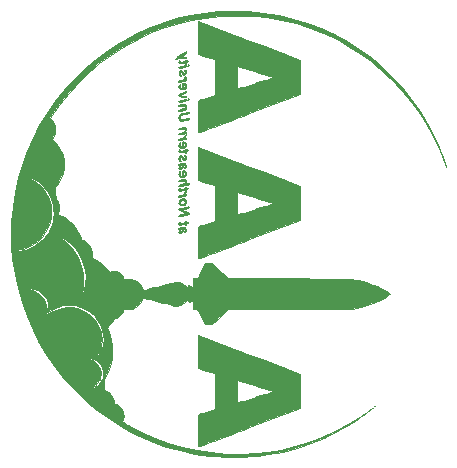
<source format=gbr>
G04 #@! TF.FileFunction,Legend,Bot*
%FSLAX46Y46*%
G04 Gerber Fmt 4.6, Leading zero omitted, Abs format (unit mm)*
G04 Created by KiCad (PCBNEW 4.0.6) date Wednesday, July 12, 2017 'PMt' 01:02:18 PM*
%MOMM*%
%LPD*%
G01*
G04 APERTURE LIST*
%ADD10C,0.100000*%
%ADD11C,0.010000*%
G04 APERTURE END LIST*
D10*
D11*
G36*
X148304659Y-98842479D02*
X148259413Y-98748183D01*
X148196637Y-98604748D01*
X148126134Y-98434558D01*
X147627398Y-97313917D01*
X147053364Y-96228495D01*
X146407409Y-95182225D01*
X145692907Y-94179039D01*
X144913236Y-93222867D01*
X144071771Y-92317644D01*
X143171888Y-91467301D01*
X142216963Y-90675769D01*
X141210371Y-89946982D01*
X140389497Y-89423387D01*
X139299674Y-88816327D01*
X138176282Y-88286786D01*
X137018928Y-87834627D01*
X135827221Y-87459716D01*
X134600766Y-87161917D01*
X133339172Y-86941094D01*
X133096000Y-86907899D01*
X132725173Y-86868098D01*
X132290083Y-86835646D01*
X131810852Y-86811004D01*
X131307605Y-86794631D01*
X130800464Y-86786990D01*
X130309552Y-86788540D01*
X129854992Y-86799744D01*
X129456908Y-86821061D01*
X129421435Y-86823731D01*
X128165733Y-86962739D01*
X126933673Y-87182119D01*
X125728238Y-87480134D01*
X124552412Y-87855050D01*
X123409176Y-88305130D01*
X122301514Y-88828639D01*
X121232409Y-89423842D01*
X120204843Y-90089002D01*
X119221800Y-90822384D01*
X118286261Y-91622252D01*
X117401210Y-92486871D01*
X116569631Y-93414504D01*
X115794504Y-94403416D01*
X115377917Y-94995579D01*
X115062757Y-95461925D01*
X115209437Y-95654086D01*
X115366145Y-95922700D01*
X115455365Y-96218512D01*
X115476446Y-96524140D01*
X115428735Y-96822197D01*
X115311577Y-97095301D01*
X115266181Y-97165013D01*
X115184046Y-97280860D01*
X115415435Y-97506767D01*
X115721814Y-97862455D01*
X115963509Y-98263879D01*
X116105147Y-98612180D01*
X116159280Y-98795816D01*
X116192978Y-98962087D01*
X116210668Y-99142964D01*
X116216778Y-99370420D01*
X116216992Y-99419833D01*
X116214154Y-99650249D01*
X116201661Y-99826738D01*
X116175164Y-99979872D01*
X116130311Y-100140226D01*
X116102545Y-100224166D01*
X115919319Y-100656716D01*
X115676261Y-101043760D01*
X115589026Y-101155500D01*
X115450705Y-101324833D01*
X115474092Y-101790500D01*
X115486454Y-102000837D01*
X115501302Y-102145862D01*
X115522863Y-102244910D01*
X115555364Y-102317318D01*
X115603032Y-102382420D01*
X115603655Y-102383166D01*
X115742040Y-102607503D01*
X115815761Y-102859869D01*
X115821877Y-103118381D01*
X115757449Y-103361156D01*
X115739974Y-103397911D01*
X115691302Y-103499894D01*
X115666987Y-103564017D01*
X115666659Y-103573436D01*
X115706568Y-103595578D01*
X115806144Y-103647101D01*
X115949227Y-103719720D01*
X116078769Y-103784743D01*
X116272951Y-103887305D01*
X116432474Y-103987702D01*
X116582245Y-104104551D01*
X116747170Y-104256471D01*
X116861167Y-104369586D01*
X117177413Y-104729656D01*
X117427081Y-105102125D01*
X117602945Y-105475642D01*
X117644536Y-105600500D01*
X117681649Y-105697914D01*
X117737603Y-105769176D01*
X117833790Y-105834781D01*
X117953811Y-105896833D01*
X118207132Y-106065386D01*
X118405105Y-106288578D01*
X118539965Y-106552238D01*
X118603950Y-106842193D01*
X118599835Y-107076091D01*
X118573041Y-107293833D01*
X118796604Y-107410524D01*
X119091588Y-107589146D01*
X119395913Y-107816220D01*
X119677442Y-108066388D01*
X119830158Y-108226155D01*
X119948932Y-108357054D01*
X120029958Y-108433226D01*
X120089196Y-108465393D01*
X120142606Y-108464281D01*
X120170857Y-108455076D01*
X120375738Y-108414430D01*
X120605187Y-108426795D01*
X120820854Y-108488530D01*
X120889769Y-108523326D01*
X121025625Y-108630904D01*
X121142287Y-108772425D01*
X121220568Y-108920545D01*
X121242667Y-109026220D01*
X121256784Y-109060230D01*
X121310688Y-109074733D01*
X121421709Y-109072240D01*
X121509716Y-109064876D01*
X121837805Y-109072746D01*
X122142708Y-109154863D01*
X122412849Y-109304910D01*
X122636654Y-109516568D01*
X122794426Y-109766037D01*
X122860285Y-109895245D01*
X122916079Y-109987447D01*
X122949017Y-110022208D01*
X122996913Y-110012588D01*
X123116801Y-109984314D01*
X123298688Y-109939865D01*
X123532578Y-109881718D01*
X123808477Y-109812350D01*
X124116391Y-109734238D01*
X124306639Y-109685666D01*
X124636081Y-109602682D01*
X124946190Y-109527064D01*
X125225618Y-109461389D01*
X125463021Y-109408231D01*
X125647052Y-109370166D01*
X125766364Y-109349769D01*
X125798728Y-109347000D01*
X125981298Y-109377329D01*
X126182966Y-109457123D01*
X126370120Y-109569588D01*
X126509145Y-109697932D01*
X126514232Y-109704467D01*
X126601006Y-109841027D01*
X126673662Y-109991921D01*
X126679399Y-110007007D01*
X126740034Y-110172500D01*
X126746000Y-109597430D01*
X126929636Y-109705048D01*
X127040468Y-109766986D01*
X127119971Y-109805888D01*
X127141303Y-109812666D01*
X127153348Y-109773402D01*
X127162800Y-109667866D01*
X127168378Y-109514444D01*
X127169333Y-109410500D01*
X127169333Y-109008333D01*
X127530520Y-109008333D01*
X127836574Y-108394500D01*
X128142628Y-107780666D01*
X128723125Y-107780666D01*
X129396146Y-108414314D01*
X130069167Y-109047961D01*
X135086777Y-109049314D01*
X135903216Y-109049914D01*
X136661721Y-109051246D01*
X137359675Y-109053288D01*
X137994456Y-109056017D01*
X138563445Y-109059413D01*
X139064023Y-109063452D01*
X139493568Y-109068114D01*
X139849463Y-109073377D01*
X140129086Y-109079218D01*
X140329817Y-109085617D01*
X140449038Y-109092551D01*
X140463111Y-109094029D01*
X141133554Y-109203474D01*
X141790288Y-109365613D01*
X142409335Y-109573869D01*
X142772883Y-109727492D01*
X142929033Y-109804690D01*
X143107007Y-109900740D01*
X143291804Y-110006509D01*
X143468421Y-110112860D01*
X143621858Y-110210658D01*
X143737113Y-110290767D01*
X143799184Y-110344053D01*
X143805787Y-110356492D01*
X143770199Y-110397532D01*
X143674020Y-110468849D01*
X143531767Y-110561641D01*
X143357956Y-110667105D01*
X143167102Y-110776435D01*
X142973723Y-110880829D01*
X142792334Y-110971483D01*
X142789590Y-110972783D01*
X142103361Y-111251556D01*
X141367550Y-111462167D01*
X140583173Y-111604342D01*
X140368419Y-111630390D01*
X140251860Y-111638185D01*
X140052140Y-111645274D01*
X139770761Y-111651647D01*
X139409227Y-111657290D01*
X138969041Y-111662191D01*
X138451704Y-111666337D01*
X137858720Y-111669715D01*
X137191592Y-111672313D01*
X136451823Y-111674119D01*
X135640914Y-111675119D01*
X135012983Y-111675333D01*
X130068629Y-111675333D01*
X129405789Y-112310333D01*
X128742948Y-112945333D01*
X128143530Y-112945333D01*
X127507470Y-111675333D01*
X127169333Y-111675333D01*
X127169333Y-110867430D01*
X126985698Y-110975048D01*
X126874866Y-111036986D01*
X126795363Y-111075888D01*
X126774031Y-111082666D01*
X126758876Y-111044112D01*
X126747103Y-110943563D01*
X126741678Y-110818083D01*
X126738542Y-110677259D01*
X126732625Y-110612735D01*
X126720264Y-110616149D01*
X126697794Y-110679138D01*
X126690655Y-110701666D01*
X126594471Y-110886736D01*
X126436701Y-111063202D01*
X126239626Y-111214657D01*
X126025525Y-111324691D01*
X125816678Y-111376897D01*
X125770959Y-111379000D01*
X125707217Y-111368753D01*
X125572167Y-111339702D01*
X125376436Y-111294384D01*
X125130649Y-111235333D01*
X124845433Y-111165085D01*
X124531414Y-111086175D01*
X124351572Y-111040333D01*
X124028504Y-110958014D01*
X123730453Y-110882919D01*
X123467648Y-110817558D01*
X123250321Y-110764443D01*
X123088702Y-110726086D01*
X122993022Y-110704997D01*
X122971954Y-110701666D01*
X122923188Y-110737159D01*
X122860552Y-110828147D01*
X122821433Y-110904180D01*
X122656871Y-111165824D01*
X122427555Y-111387716D01*
X122174000Y-111542509D01*
X122032281Y-111601499D01*
X121899231Y-111634430D01*
X121740433Y-111647610D01*
X121596021Y-111648469D01*
X121250876Y-111644870D01*
X121224757Y-111775466D01*
X121144772Y-111977628D01*
X120998128Y-112162822D01*
X120802710Y-112309523D01*
X120763902Y-112330098D01*
X120633407Y-112389474D01*
X120526073Y-112428416D01*
X120481372Y-112437333D01*
X120427066Y-112472158D01*
X120349232Y-112564880D01*
X120262605Y-112697867D01*
X120260244Y-112701916D01*
X120162843Y-112859852D01*
X120060966Y-113009991D01*
X119984486Y-113110132D01*
X119862517Y-113253765D01*
X120006598Y-113612603D01*
X120186960Y-114171633D01*
X120287468Y-114744391D01*
X120308734Y-115321820D01*
X120251371Y-115894862D01*
X120115992Y-116454459D01*
X119903209Y-116991554D01*
X119759642Y-117263333D01*
X119600609Y-117538500D01*
X119623119Y-118010942D01*
X119645629Y-118483385D01*
X119805015Y-118555258D01*
X120026783Y-118698978D01*
X120216364Y-118907798D01*
X120361825Y-119164610D01*
X120451231Y-119452307D01*
X120458216Y-119491710D01*
X120486244Y-119608413D01*
X120532895Y-119666695D01*
X120600009Y-119689662D01*
X120751081Y-119750228D01*
X120913922Y-119862143D01*
X121060001Y-120002296D01*
X121157642Y-120141297D01*
X121253685Y-120408702D01*
X121267525Y-120670109D01*
X121222586Y-120861666D01*
X121176439Y-120988675D01*
X121141147Y-121088936D01*
X121132243Y-121115666D01*
X121149891Y-121159063D01*
X121227362Y-121226000D01*
X121370096Y-121320413D01*
X121583535Y-121446234D01*
X121611299Y-121462010D01*
X122732303Y-122049192D01*
X123881144Y-122556922D01*
X125054922Y-122984642D01*
X126250740Y-123331790D01*
X127465698Y-123597809D01*
X128696900Y-123782137D01*
X129941447Y-123884215D01*
X131196441Y-123903485D01*
X132458984Y-123839384D01*
X133396197Y-123737978D01*
X134583972Y-123538583D01*
X135765301Y-123257830D01*
X136931896Y-122898961D01*
X138075468Y-122465219D01*
X139187728Y-121959847D01*
X140260389Y-121386087D01*
X141285162Y-120747182D01*
X141606805Y-120525852D01*
X141766275Y-120415266D01*
X141894420Y-120329924D01*
X141979264Y-120277536D01*
X142008827Y-120265812D01*
X142008008Y-120267639D01*
X141960406Y-120312655D01*
X141854103Y-120395957D01*
X141701050Y-120509176D01*
X141513199Y-120643946D01*
X141302503Y-120791899D01*
X141080913Y-120944667D01*
X140860381Y-121093882D01*
X140652860Y-121231177D01*
X140470302Y-121348185D01*
X140419667Y-121379632D01*
X139337288Y-121998727D01*
X138229613Y-122539670D01*
X137092942Y-123003738D01*
X135923571Y-123392207D01*
X134717801Y-123706356D01*
X133471929Y-123947460D01*
X132630333Y-124066654D01*
X132335570Y-124094761D01*
X131972854Y-124116802D01*
X131558619Y-124132778D01*
X131109299Y-124142689D01*
X130641328Y-124146535D01*
X130171140Y-124144317D01*
X129715168Y-124136036D01*
X129289847Y-124121692D01*
X128911610Y-124101286D01*
X128596891Y-124074818D01*
X128524000Y-124066518D01*
X127256162Y-123874618D01*
X126034833Y-123613749D01*
X124855201Y-123282283D01*
X123712456Y-122878589D01*
X122601787Y-122401041D01*
X121518383Y-121848008D01*
X120876899Y-121477756D01*
X119854825Y-120814035D01*
X118872039Y-120080071D01*
X117935037Y-119282133D01*
X117050315Y-118426490D01*
X116224369Y-117519410D01*
X115463696Y-116567161D01*
X114798296Y-115612333D01*
X114137989Y-114519628D01*
X113557937Y-113400175D01*
X113058017Y-112253594D01*
X112638107Y-111079501D01*
X112298082Y-109877515D01*
X112037820Y-108647254D01*
X111857196Y-107388336D01*
X111761627Y-106211650D01*
X111745505Y-105893904D01*
X111734286Y-105634371D01*
X111727995Y-105411531D01*
X111726655Y-105203862D01*
X111730291Y-104989843D01*
X111738925Y-104747953D01*
X111752583Y-104456671D01*
X111763816Y-104237363D01*
X111869958Y-102999810D01*
X112057289Y-101780109D01*
X112323570Y-100581663D01*
X112666568Y-99407874D01*
X112993590Y-98510388D01*
X112993590Y-100367506D01*
X112926294Y-100372226D01*
X112920806Y-100377771D01*
X112935006Y-100418472D01*
X112993991Y-100445907D01*
X113120944Y-100492669D01*
X113294606Y-100575305D01*
X113492228Y-100681276D01*
X113691058Y-100798041D01*
X113868348Y-100913063D01*
X113952764Y-100974361D01*
X114250954Y-101247496D01*
X114526049Y-101582550D01*
X114763411Y-101957202D01*
X114948406Y-102349126D01*
X115042987Y-102637166D01*
X115076242Y-102799151D01*
X115106639Y-103008317D01*
X115129010Y-103227210D01*
X115133734Y-103294908D01*
X115122510Y-103787549D01*
X115033099Y-104264571D01*
X114871612Y-104718254D01*
X114644158Y-105140880D01*
X114356847Y-105524728D01*
X114015791Y-105862079D01*
X113627100Y-106145213D01*
X113196883Y-106366411D01*
X112731251Y-106517953D01*
X112553750Y-106554385D01*
X112379659Y-106592597D01*
X112285832Y-106632287D01*
X112273804Y-106672411D01*
X112330315Y-106706569D01*
X112413178Y-106711605D01*
X112555899Y-106694371D01*
X112738042Y-106659454D01*
X112939170Y-106611438D01*
X113138847Y-106554911D01*
X113316635Y-106494456D01*
X113369470Y-106473402D01*
X113704738Y-106303214D01*
X114038351Y-106079977D01*
X114349089Y-105821102D01*
X114615734Y-105544000D01*
X114792992Y-105305356D01*
X114846639Y-105222082D01*
X114893559Y-105168154D01*
X114947747Y-105144962D01*
X115023195Y-105153896D01*
X115133897Y-105196343D01*
X115293845Y-105273692D01*
X115492410Y-105374776D01*
X116017877Y-105687508D01*
X116485593Y-106058901D01*
X116891395Y-106485142D01*
X117231120Y-106962418D01*
X117237640Y-106973167D01*
X117500557Y-107486681D01*
X117690996Y-108030922D01*
X117808535Y-108595321D01*
X117852753Y-109169309D01*
X117823228Y-109742317D01*
X117719541Y-110303777D01*
X117541269Y-110843120D01*
X117403765Y-111141183D01*
X117319249Y-111305532D01*
X116666875Y-111311705D01*
X116413410Y-111314997D01*
X116224838Y-111321161D01*
X116081387Y-111332924D01*
X115963283Y-111353015D01*
X115850752Y-111384164D01*
X115724021Y-111429100D01*
X115671279Y-111449114D01*
X115476423Y-111531010D01*
X115278730Y-111626108D01*
X115117052Y-111715557D01*
X115099779Y-111726380D01*
X114871500Y-111872408D01*
X114871500Y-111466954D01*
X114868757Y-111266359D01*
X114857121Y-111122952D01*
X114831482Y-111009339D01*
X114786728Y-110898126D01*
X114752427Y-110828666D01*
X114552314Y-110519794D01*
X114298468Y-110259677D01*
X114003961Y-110057337D01*
X113681865Y-109921795D01*
X113352435Y-109862489D01*
X113194440Y-109860449D01*
X113104980Y-109873842D01*
X113088022Y-109897175D01*
X113147532Y-109924957D01*
X113287478Y-109951697D01*
X113287946Y-109951760D01*
X113543263Y-110020706D01*
X113811865Y-110153030D01*
X114073610Y-110334322D01*
X114308357Y-110550170D01*
X114495963Y-110786164D01*
X114529175Y-110839808D01*
X114635301Y-111071575D01*
X114715898Y-111346134D01*
X114760316Y-111622926D01*
X114765667Y-111740348D01*
X114757074Y-111885054D01*
X114723315Y-111980921D01*
X114655871Y-112059537D01*
X114544571Y-112177446D01*
X114422344Y-112329362D01*
X114298389Y-112500761D01*
X114181903Y-112677115D01*
X114082086Y-112843898D01*
X114008135Y-112986584D01*
X113969249Y-113090647D01*
X113972031Y-113139475D01*
X114000643Y-113115095D01*
X114059161Y-113033069D01*
X114136219Y-112909675D01*
X114156293Y-112875569D01*
X114375237Y-112562258D01*
X114651295Y-112263949D01*
X114957760Y-112007575D01*
X115129010Y-111894555D01*
X115567689Y-111679607D01*
X116017683Y-111544198D01*
X116471107Y-111485405D01*
X116920074Y-111500307D01*
X117356699Y-111585982D01*
X117773096Y-111739508D01*
X118161378Y-111957963D01*
X118513659Y-112238425D01*
X118822053Y-112577972D01*
X119078674Y-112973682D01*
X119275636Y-113422633D01*
X119278923Y-113432166D01*
X119331346Y-113596468D01*
X119365618Y-113741574D01*
X119385562Y-113894775D01*
X119395003Y-114083364D01*
X119397567Y-114278833D01*
X119380326Y-114686146D01*
X119320457Y-115043476D01*
X119212179Y-115377070D01*
X119104102Y-115611265D01*
X119018422Y-115774712D01*
X118954310Y-115873375D01*
X118894237Y-115917573D01*
X118820676Y-115917623D01*
X118716100Y-115883843D01*
X118670463Y-115866522D01*
X118529015Y-115824457D01*
X118373165Y-115796038D01*
X118224459Y-115782685D01*
X118104442Y-115785818D01*
X118034660Y-115806858D01*
X118025333Y-115824000D01*
X118062728Y-115851223D01*
X118155451Y-115865666D01*
X118184083Y-115866366D01*
X118354961Y-115894676D01*
X118555124Y-115969899D01*
X118755540Y-116077573D01*
X118927176Y-116203234D01*
X118994912Y-116270311D01*
X119167682Y-116506816D01*
X119269990Y-116752584D01*
X119311373Y-117033555D01*
X119313298Y-117136333D01*
X119305260Y-117331275D01*
X119278732Y-117479325D01*
X119225812Y-117617596D01*
X119199504Y-117670721D01*
X119038379Y-117905716D01*
X118819254Y-118116680D01*
X118568795Y-118279614D01*
X118475906Y-118321966D01*
X118258167Y-118409484D01*
X118459386Y-118387533D01*
X118741686Y-118317038D01*
X118990955Y-118178455D01*
X119200901Y-117984030D01*
X119365228Y-117746009D01*
X119477644Y-117476638D01*
X119531855Y-117188163D01*
X119521568Y-116892830D01*
X119440489Y-116602886D01*
X119410489Y-116536870D01*
X119315510Y-116376371D01*
X119198232Y-116222040D01*
X119124739Y-116145397D01*
X119030930Y-116056514D01*
X118969922Y-115990783D01*
X118956667Y-115969452D01*
X118979762Y-115923341D01*
X119037241Y-115838341D01*
X119057665Y-115810592D01*
X119262316Y-115475169D01*
X119419262Y-115088465D01*
X119522886Y-114672663D01*
X119567570Y-114249947D01*
X119550565Y-113864163D01*
X119449822Y-113386645D01*
X119276451Y-112938450D01*
X119036992Y-112527880D01*
X118737984Y-112163236D01*
X118385969Y-111852822D01*
X117987486Y-111604939D01*
X117660130Y-111464374D01*
X117355949Y-111357008D01*
X117503795Y-111105907D01*
X117753296Y-110600238D01*
X117927094Y-110064904D01*
X118024623Y-109509263D01*
X118045315Y-108942675D01*
X117988605Y-108374499D01*
X117853926Y-107814096D01*
X117724558Y-107459043D01*
X117469299Y-106954018D01*
X117144269Y-106489631D01*
X116757658Y-106073493D01*
X116317656Y-105713211D01*
X115832450Y-105416396D01*
X115310229Y-105190656D01*
X115267822Y-105176138D01*
X114944476Y-105067536D01*
X115042111Y-104865148D01*
X115173694Y-104559537D01*
X115262211Y-104266837D01*
X115313719Y-103958524D01*
X115334271Y-103606072D01*
X115335303Y-103483833D01*
X115326928Y-103144761D01*
X115298298Y-102861243D01*
X115243296Y-102605353D01*
X115155803Y-102349169D01*
X115029700Y-102064764D01*
X115019956Y-102044500D01*
X114771573Y-101623129D01*
X114455420Y-101238128D01*
X114085539Y-100904113D01*
X113675972Y-100635698D01*
X113656233Y-100625075D01*
X113463750Y-100530042D01*
X113278416Y-100451828D01*
X113116330Y-100395844D01*
X112993590Y-100367506D01*
X112993590Y-98510388D01*
X113084044Y-98262143D01*
X113573763Y-97147873D01*
X114133489Y-96068465D01*
X114760985Y-95027322D01*
X115454014Y-94027845D01*
X116210341Y-93073437D01*
X117027729Y-92167499D01*
X117903942Y-91313434D01*
X118836744Y-90514643D01*
X119823898Y-89774528D01*
X120863167Y-89096492D01*
X121952316Y-88483936D01*
X122203879Y-88355553D01*
X123331057Y-87837894D01*
X124489082Y-87397717D01*
X125673334Y-87035625D01*
X126879192Y-86752219D01*
X128102036Y-86548102D01*
X129337246Y-86423876D01*
X130580201Y-86380144D01*
X131826282Y-86417507D01*
X133070867Y-86536568D01*
X134309338Y-86737929D01*
X134429500Y-86761970D01*
X135640482Y-87050951D01*
X136822298Y-87418020D01*
X137971706Y-87860664D01*
X139085460Y-88376371D01*
X140160317Y-88962627D01*
X141193034Y-89616921D01*
X142180366Y-90336738D01*
X143119071Y-91119566D01*
X144005903Y-91962893D01*
X144837619Y-92864205D01*
X145610975Y-93820990D01*
X146322728Y-94830734D01*
X146969634Y-95890926D01*
X147490632Y-96879833D01*
X147603053Y-97114995D01*
X147721681Y-97372584D01*
X147841740Y-97641202D01*
X147958454Y-97909447D01*
X148067048Y-98165922D01*
X148162744Y-98399226D01*
X148240767Y-98597959D01*
X148296341Y-98750724D01*
X148324689Y-98846119D01*
X148325629Y-98872815D01*
X148304659Y-98842479D01*
X148304659Y-98842479D01*
G37*
X148304659Y-98842479D02*
X148259413Y-98748183D01*
X148196637Y-98604748D01*
X148126134Y-98434558D01*
X147627398Y-97313917D01*
X147053364Y-96228495D01*
X146407409Y-95182225D01*
X145692907Y-94179039D01*
X144913236Y-93222867D01*
X144071771Y-92317644D01*
X143171888Y-91467301D01*
X142216963Y-90675769D01*
X141210371Y-89946982D01*
X140389497Y-89423387D01*
X139299674Y-88816327D01*
X138176282Y-88286786D01*
X137018928Y-87834627D01*
X135827221Y-87459716D01*
X134600766Y-87161917D01*
X133339172Y-86941094D01*
X133096000Y-86907899D01*
X132725173Y-86868098D01*
X132290083Y-86835646D01*
X131810852Y-86811004D01*
X131307605Y-86794631D01*
X130800464Y-86786990D01*
X130309552Y-86788540D01*
X129854992Y-86799744D01*
X129456908Y-86821061D01*
X129421435Y-86823731D01*
X128165733Y-86962739D01*
X126933673Y-87182119D01*
X125728238Y-87480134D01*
X124552412Y-87855050D01*
X123409176Y-88305130D01*
X122301514Y-88828639D01*
X121232409Y-89423842D01*
X120204843Y-90089002D01*
X119221800Y-90822384D01*
X118286261Y-91622252D01*
X117401210Y-92486871D01*
X116569631Y-93414504D01*
X115794504Y-94403416D01*
X115377917Y-94995579D01*
X115062757Y-95461925D01*
X115209437Y-95654086D01*
X115366145Y-95922700D01*
X115455365Y-96218512D01*
X115476446Y-96524140D01*
X115428735Y-96822197D01*
X115311577Y-97095301D01*
X115266181Y-97165013D01*
X115184046Y-97280860D01*
X115415435Y-97506767D01*
X115721814Y-97862455D01*
X115963509Y-98263879D01*
X116105147Y-98612180D01*
X116159280Y-98795816D01*
X116192978Y-98962087D01*
X116210668Y-99142964D01*
X116216778Y-99370420D01*
X116216992Y-99419833D01*
X116214154Y-99650249D01*
X116201661Y-99826738D01*
X116175164Y-99979872D01*
X116130311Y-100140226D01*
X116102545Y-100224166D01*
X115919319Y-100656716D01*
X115676261Y-101043760D01*
X115589026Y-101155500D01*
X115450705Y-101324833D01*
X115474092Y-101790500D01*
X115486454Y-102000837D01*
X115501302Y-102145862D01*
X115522863Y-102244910D01*
X115555364Y-102317318D01*
X115603032Y-102382420D01*
X115603655Y-102383166D01*
X115742040Y-102607503D01*
X115815761Y-102859869D01*
X115821877Y-103118381D01*
X115757449Y-103361156D01*
X115739974Y-103397911D01*
X115691302Y-103499894D01*
X115666987Y-103564017D01*
X115666659Y-103573436D01*
X115706568Y-103595578D01*
X115806144Y-103647101D01*
X115949227Y-103719720D01*
X116078769Y-103784743D01*
X116272951Y-103887305D01*
X116432474Y-103987702D01*
X116582245Y-104104551D01*
X116747170Y-104256471D01*
X116861167Y-104369586D01*
X117177413Y-104729656D01*
X117427081Y-105102125D01*
X117602945Y-105475642D01*
X117644536Y-105600500D01*
X117681649Y-105697914D01*
X117737603Y-105769176D01*
X117833790Y-105834781D01*
X117953811Y-105896833D01*
X118207132Y-106065386D01*
X118405105Y-106288578D01*
X118539965Y-106552238D01*
X118603950Y-106842193D01*
X118599835Y-107076091D01*
X118573041Y-107293833D01*
X118796604Y-107410524D01*
X119091588Y-107589146D01*
X119395913Y-107816220D01*
X119677442Y-108066388D01*
X119830158Y-108226155D01*
X119948932Y-108357054D01*
X120029958Y-108433226D01*
X120089196Y-108465393D01*
X120142606Y-108464281D01*
X120170857Y-108455076D01*
X120375738Y-108414430D01*
X120605187Y-108426795D01*
X120820854Y-108488530D01*
X120889769Y-108523326D01*
X121025625Y-108630904D01*
X121142287Y-108772425D01*
X121220568Y-108920545D01*
X121242667Y-109026220D01*
X121256784Y-109060230D01*
X121310688Y-109074733D01*
X121421709Y-109072240D01*
X121509716Y-109064876D01*
X121837805Y-109072746D01*
X122142708Y-109154863D01*
X122412849Y-109304910D01*
X122636654Y-109516568D01*
X122794426Y-109766037D01*
X122860285Y-109895245D01*
X122916079Y-109987447D01*
X122949017Y-110022208D01*
X122996913Y-110012588D01*
X123116801Y-109984314D01*
X123298688Y-109939865D01*
X123532578Y-109881718D01*
X123808477Y-109812350D01*
X124116391Y-109734238D01*
X124306639Y-109685666D01*
X124636081Y-109602682D01*
X124946190Y-109527064D01*
X125225618Y-109461389D01*
X125463021Y-109408231D01*
X125647052Y-109370166D01*
X125766364Y-109349769D01*
X125798728Y-109347000D01*
X125981298Y-109377329D01*
X126182966Y-109457123D01*
X126370120Y-109569588D01*
X126509145Y-109697932D01*
X126514232Y-109704467D01*
X126601006Y-109841027D01*
X126673662Y-109991921D01*
X126679399Y-110007007D01*
X126740034Y-110172500D01*
X126746000Y-109597430D01*
X126929636Y-109705048D01*
X127040468Y-109766986D01*
X127119971Y-109805888D01*
X127141303Y-109812666D01*
X127153348Y-109773402D01*
X127162800Y-109667866D01*
X127168378Y-109514444D01*
X127169333Y-109410500D01*
X127169333Y-109008333D01*
X127530520Y-109008333D01*
X127836574Y-108394500D01*
X128142628Y-107780666D01*
X128723125Y-107780666D01*
X129396146Y-108414314D01*
X130069167Y-109047961D01*
X135086777Y-109049314D01*
X135903216Y-109049914D01*
X136661721Y-109051246D01*
X137359675Y-109053288D01*
X137994456Y-109056017D01*
X138563445Y-109059413D01*
X139064023Y-109063452D01*
X139493568Y-109068114D01*
X139849463Y-109073377D01*
X140129086Y-109079218D01*
X140329817Y-109085617D01*
X140449038Y-109092551D01*
X140463111Y-109094029D01*
X141133554Y-109203474D01*
X141790288Y-109365613D01*
X142409335Y-109573869D01*
X142772883Y-109727492D01*
X142929033Y-109804690D01*
X143107007Y-109900740D01*
X143291804Y-110006509D01*
X143468421Y-110112860D01*
X143621858Y-110210658D01*
X143737113Y-110290767D01*
X143799184Y-110344053D01*
X143805787Y-110356492D01*
X143770199Y-110397532D01*
X143674020Y-110468849D01*
X143531767Y-110561641D01*
X143357956Y-110667105D01*
X143167102Y-110776435D01*
X142973723Y-110880829D01*
X142792334Y-110971483D01*
X142789590Y-110972783D01*
X142103361Y-111251556D01*
X141367550Y-111462167D01*
X140583173Y-111604342D01*
X140368419Y-111630390D01*
X140251860Y-111638185D01*
X140052140Y-111645274D01*
X139770761Y-111651647D01*
X139409227Y-111657290D01*
X138969041Y-111662191D01*
X138451704Y-111666337D01*
X137858720Y-111669715D01*
X137191592Y-111672313D01*
X136451823Y-111674119D01*
X135640914Y-111675119D01*
X135012983Y-111675333D01*
X130068629Y-111675333D01*
X129405789Y-112310333D01*
X128742948Y-112945333D01*
X128143530Y-112945333D01*
X127507470Y-111675333D01*
X127169333Y-111675333D01*
X127169333Y-110867430D01*
X126985698Y-110975048D01*
X126874866Y-111036986D01*
X126795363Y-111075888D01*
X126774031Y-111082666D01*
X126758876Y-111044112D01*
X126747103Y-110943563D01*
X126741678Y-110818083D01*
X126738542Y-110677259D01*
X126732625Y-110612735D01*
X126720264Y-110616149D01*
X126697794Y-110679138D01*
X126690655Y-110701666D01*
X126594471Y-110886736D01*
X126436701Y-111063202D01*
X126239626Y-111214657D01*
X126025525Y-111324691D01*
X125816678Y-111376897D01*
X125770959Y-111379000D01*
X125707217Y-111368753D01*
X125572167Y-111339702D01*
X125376436Y-111294384D01*
X125130649Y-111235333D01*
X124845433Y-111165085D01*
X124531414Y-111086175D01*
X124351572Y-111040333D01*
X124028504Y-110958014D01*
X123730453Y-110882919D01*
X123467648Y-110817558D01*
X123250321Y-110764443D01*
X123088702Y-110726086D01*
X122993022Y-110704997D01*
X122971954Y-110701666D01*
X122923188Y-110737159D01*
X122860552Y-110828147D01*
X122821433Y-110904180D01*
X122656871Y-111165824D01*
X122427555Y-111387716D01*
X122174000Y-111542509D01*
X122032281Y-111601499D01*
X121899231Y-111634430D01*
X121740433Y-111647610D01*
X121596021Y-111648469D01*
X121250876Y-111644870D01*
X121224757Y-111775466D01*
X121144772Y-111977628D01*
X120998128Y-112162822D01*
X120802710Y-112309523D01*
X120763902Y-112330098D01*
X120633407Y-112389474D01*
X120526073Y-112428416D01*
X120481372Y-112437333D01*
X120427066Y-112472158D01*
X120349232Y-112564880D01*
X120262605Y-112697867D01*
X120260244Y-112701916D01*
X120162843Y-112859852D01*
X120060966Y-113009991D01*
X119984486Y-113110132D01*
X119862517Y-113253765D01*
X120006598Y-113612603D01*
X120186960Y-114171633D01*
X120287468Y-114744391D01*
X120308734Y-115321820D01*
X120251371Y-115894862D01*
X120115992Y-116454459D01*
X119903209Y-116991554D01*
X119759642Y-117263333D01*
X119600609Y-117538500D01*
X119623119Y-118010942D01*
X119645629Y-118483385D01*
X119805015Y-118555258D01*
X120026783Y-118698978D01*
X120216364Y-118907798D01*
X120361825Y-119164610D01*
X120451231Y-119452307D01*
X120458216Y-119491710D01*
X120486244Y-119608413D01*
X120532895Y-119666695D01*
X120600009Y-119689662D01*
X120751081Y-119750228D01*
X120913922Y-119862143D01*
X121060001Y-120002296D01*
X121157642Y-120141297D01*
X121253685Y-120408702D01*
X121267525Y-120670109D01*
X121222586Y-120861666D01*
X121176439Y-120988675D01*
X121141147Y-121088936D01*
X121132243Y-121115666D01*
X121149891Y-121159063D01*
X121227362Y-121226000D01*
X121370096Y-121320413D01*
X121583535Y-121446234D01*
X121611299Y-121462010D01*
X122732303Y-122049192D01*
X123881144Y-122556922D01*
X125054922Y-122984642D01*
X126250740Y-123331790D01*
X127465698Y-123597809D01*
X128696900Y-123782137D01*
X129941447Y-123884215D01*
X131196441Y-123903485D01*
X132458984Y-123839384D01*
X133396197Y-123737978D01*
X134583972Y-123538583D01*
X135765301Y-123257830D01*
X136931896Y-122898961D01*
X138075468Y-122465219D01*
X139187728Y-121959847D01*
X140260389Y-121386087D01*
X141285162Y-120747182D01*
X141606805Y-120525852D01*
X141766275Y-120415266D01*
X141894420Y-120329924D01*
X141979264Y-120277536D01*
X142008827Y-120265812D01*
X142008008Y-120267639D01*
X141960406Y-120312655D01*
X141854103Y-120395957D01*
X141701050Y-120509176D01*
X141513199Y-120643946D01*
X141302503Y-120791899D01*
X141080913Y-120944667D01*
X140860381Y-121093882D01*
X140652860Y-121231177D01*
X140470302Y-121348185D01*
X140419667Y-121379632D01*
X139337288Y-121998727D01*
X138229613Y-122539670D01*
X137092942Y-123003738D01*
X135923571Y-123392207D01*
X134717801Y-123706356D01*
X133471929Y-123947460D01*
X132630333Y-124066654D01*
X132335570Y-124094761D01*
X131972854Y-124116802D01*
X131558619Y-124132778D01*
X131109299Y-124142689D01*
X130641328Y-124146535D01*
X130171140Y-124144317D01*
X129715168Y-124136036D01*
X129289847Y-124121692D01*
X128911610Y-124101286D01*
X128596891Y-124074818D01*
X128524000Y-124066518D01*
X127256162Y-123874618D01*
X126034833Y-123613749D01*
X124855201Y-123282283D01*
X123712456Y-122878589D01*
X122601787Y-122401041D01*
X121518383Y-121848008D01*
X120876899Y-121477756D01*
X119854825Y-120814035D01*
X118872039Y-120080071D01*
X117935037Y-119282133D01*
X117050315Y-118426490D01*
X116224369Y-117519410D01*
X115463696Y-116567161D01*
X114798296Y-115612333D01*
X114137989Y-114519628D01*
X113557937Y-113400175D01*
X113058017Y-112253594D01*
X112638107Y-111079501D01*
X112298082Y-109877515D01*
X112037820Y-108647254D01*
X111857196Y-107388336D01*
X111761627Y-106211650D01*
X111745505Y-105893904D01*
X111734286Y-105634371D01*
X111727995Y-105411531D01*
X111726655Y-105203862D01*
X111730291Y-104989843D01*
X111738925Y-104747953D01*
X111752583Y-104456671D01*
X111763816Y-104237363D01*
X111869958Y-102999810D01*
X112057289Y-101780109D01*
X112323570Y-100581663D01*
X112666568Y-99407874D01*
X112993590Y-98510388D01*
X112993590Y-100367506D01*
X112926294Y-100372226D01*
X112920806Y-100377771D01*
X112935006Y-100418472D01*
X112993991Y-100445907D01*
X113120944Y-100492669D01*
X113294606Y-100575305D01*
X113492228Y-100681276D01*
X113691058Y-100798041D01*
X113868348Y-100913063D01*
X113952764Y-100974361D01*
X114250954Y-101247496D01*
X114526049Y-101582550D01*
X114763411Y-101957202D01*
X114948406Y-102349126D01*
X115042987Y-102637166D01*
X115076242Y-102799151D01*
X115106639Y-103008317D01*
X115129010Y-103227210D01*
X115133734Y-103294908D01*
X115122510Y-103787549D01*
X115033099Y-104264571D01*
X114871612Y-104718254D01*
X114644158Y-105140880D01*
X114356847Y-105524728D01*
X114015791Y-105862079D01*
X113627100Y-106145213D01*
X113196883Y-106366411D01*
X112731251Y-106517953D01*
X112553750Y-106554385D01*
X112379659Y-106592597D01*
X112285832Y-106632287D01*
X112273804Y-106672411D01*
X112330315Y-106706569D01*
X112413178Y-106711605D01*
X112555899Y-106694371D01*
X112738042Y-106659454D01*
X112939170Y-106611438D01*
X113138847Y-106554911D01*
X113316635Y-106494456D01*
X113369470Y-106473402D01*
X113704738Y-106303214D01*
X114038351Y-106079977D01*
X114349089Y-105821102D01*
X114615734Y-105544000D01*
X114792992Y-105305356D01*
X114846639Y-105222082D01*
X114893559Y-105168154D01*
X114947747Y-105144962D01*
X115023195Y-105153896D01*
X115133897Y-105196343D01*
X115293845Y-105273692D01*
X115492410Y-105374776D01*
X116017877Y-105687508D01*
X116485593Y-106058901D01*
X116891395Y-106485142D01*
X117231120Y-106962418D01*
X117237640Y-106973167D01*
X117500557Y-107486681D01*
X117690996Y-108030922D01*
X117808535Y-108595321D01*
X117852753Y-109169309D01*
X117823228Y-109742317D01*
X117719541Y-110303777D01*
X117541269Y-110843120D01*
X117403765Y-111141183D01*
X117319249Y-111305532D01*
X116666875Y-111311705D01*
X116413410Y-111314997D01*
X116224838Y-111321161D01*
X116081387Y-111332924D01*
X115963283Y-111353015D01*
X115850752Y-111384164D01*
X115724021Y-111429100D01*
X115671279Y-111449114D01*
X115476423Y-111531010D01*
X115278730Y-111626108D01*
X115117052Y-111715557D01*
X115099779Y-111726380D01*
X114871500Y-111872408D01*
X114871500Y-111466954D01*
X114868757Y-111266359D01*
X114857121Y-111122952D01*
X114831482Y-111009339D01*
X114786728Y-110898126D01*
X114752427Y-110828666D01*
X114552314Y-110519794D01*
X114298468Y-110259677D01*
X114003961Y-110057337D01*
X113681865Y-109921795D01*
X113352435Y-109862489D01*
X113194440Y-109860449D01*
X113104980Y-109873842D01*
X113088022Y-109897175D01*
X113147532Y-109924957D01*
X113287478Y-109951697D01*
X113287946Y-109951760D01*
X113543263Y-110020706D01*
X113811865Y-110153030D01*
X114073610Y-110334322D01*
X114308357Y-110550170D01*
X114495963Y-110786164D01*
X114529175Y-110839808D01*
X114635301Y-111071575D01*
X114715898Y-111346134D01*
X114760316Y-111622926D01*
X114765667Y-111740348D01*
X114757074Y-111885054D01*
X114723315Y-111980921D01*
X114655871Y-112059537D01*
X114544571Y-112177446D01*
X114422344Y-112329362D01*
X114298389Y-112500761D01*
X114181903Y-112677115D01*
X114082086Y-112843898D01*
X114008135Y-112986584D01*
X113969249Y-113090647D01*
X113972031Y-113139475D01*
X114000643Y-113115095D01*
X114059161Y-113033069D01*
X114136219Y-112909675D01*
X114156293Y-112875569D01*
X114375237Y-112562258D01*
X114651295Y-112263949D01*
X114957760Y-112007575D01*
X115129010Y-111894555D01*
X115567689Y-111679607D01*
X116017683Y-111544198D01*
X116471107Y-111485405D01*
X116920074Y-111500307D01*
X117356699Y-111585982D01*
X117773096Y-111739508D01*
X118161378Y-111957963D01*
X118513659Y-112238425D01*
X118822053Y-112577972D01*
X119078674Y-112973682D01*
X119275636Y-113422633D01*
X119278923Y-113432166D01*
X119331346Y-113596468D01*
X119365618Y-113741574D01*
X119385562Y-113894775D01*
X119395003Y-114083364D01*
X119397567Y-114278833D01*
X119380326Y-114686146D01*
X119320457Y-115043476D01*
X119212179Y-115377070D01*
X119104102Y-115611265D01*
X119018422Y-115774712D01*
X118954310Y-115873375D01*
X118894237Y-115917573D01*
X118820676Y-115917623D01*
X118716100Y-115883843D01*
X118670463Y-115866522D01*
X118529015Y-115824457D01*
X118373165Y-115796038D01*
X118224459Y-115782685D01*
X118104442Y-115785818D01*
X118034660Y-115806858D01*
X118025333Y-115824000D01*
X118062728Y-115851223D01*
X118155451Y-115865666D01*
X118184083Y-115866366D01*
X118354961Y-115894676D01*
X118555124Y-115969899D01*
X118755540Y-116077573D01*
X118927176Y-116203234D01*
X118994912Y-116270311D01*
X119167682Y-116506816D01*
X119269990Y-116752584D01*
X119311373Y-117033555D01*
X119313298Y-117136333D01*
X119305260Y-117331275D01*
X119278732Y-117479325D01*
X119225812Y-117617596D01*
X119199504Y-117670721D01*
X119038379Y-117905716D01*
X118819254Y-118116680D01*
X118568795Y-118279614D01*
X118475906Y-118321966D01*
X118258167Y-118409484D01*
X118459386Y-118387533D01*
X118741686Y-118317038D01*
X118990955Y-118178455D01*
X119200901Y-117984030D01*
X119365228Y-117746009D01*
X119477644Y-117476638D01*
X119531855Y-117188163D01*
X119521568Y-116892830D01*
X119440489Y-116602886D01*
X119410489Y-116536870D01*
X119315510Y-116376371D01*
X119198232Y-116222040D01*
X119124739Y-116145397D01*
X119030930Y-116056514D01*
X118969922Y-115990783D01*
X118956667Y-115969452D01*
X118979762Y-115923341D01*
X119037241Y-115838341D01*
X119057665Y-115810592D01*
X119262316Y-115475169D01*
X119419262Y-115088465D01*
X119522886Y-114672663D01*
X119567570Y-114249947D01*
X119550565Y-113864163D01*
X119449822Y-113386645D01*
X119276451Y-112938450D01*
X119036992Y-112527880D01*
X118737984Y-112163236D01*
X118385969Y-111852822D01*
X117987486Y-111604939D01*
X117660130Y-111464374D01*
X117355949Y-111357008D01*
X117503795Y-111105907D01*
X117753296Y-110600238D01*
X117927094Y-110064904D01*
X118024623Y-109509263D01*
X118045315Y-108942675D01*
X117988605Y-108374499D01*
X117853926Y-107814096D01*
X117724558Y-107459043D01*
X117469299Y-106954018D01*
X117144269Y-106489631D01*
X116757658Y-106073493D01*
X116317656Y-105713211D01*
X115832450Y-105416396D01*
X115310229Y-105190656D01*
X115267822Y-105176138D01*
X114944476Y-105067536D01*
X115042111Y-104865148D01*
X115173694Y-104559537D01*
X115262211Y-104266837D01*
X115313719Y-103958524D01*
X115334271Y-103606072D01*
X115335303Y-103483833D01*
X115326928Y-103144761D01*
X115298298Y-102861243D01*
X115243296Y-102605353D01*
X115155803Y-102349169D01*
X115029700Y-102064764D01*
X115019956Y-102044500D01*
X114771573Y-101623129D01*
X114455420Y-101238128D01*
X114085539Y-100904113D01*
X113675972Y-100635698D01*
X113656233Y-100625075D01*
X113463750Y-100530042D01*
X113278416Y-100451828D01*
X113116330Y-100395844D01*
X112993590Y-100367506D01*
X112993590Y-98510388D01*
X113084044Y-98262143D01*
X113573763Y-97147873D01*
X114133489Y-96068465D01*
X114760985Y-95027322D01*
X115454014Y-94027845D01*
X116210341Y-93073437D01*
X117027729Y-92167499D01*
X117903942Y-91313434D01*
X118836744Y-90514643D01*
X119823898Y-89774528D01*
X120863167Y-89096492D01*
X121952316Y-88483936D01*
X122203879Y-88355553D01*
X123331057Y-87837894D01*
X124489082Y-87397717D01*
X125673334Y-87035625D01*
X126879192Y-86752219D01*
X128102036Y-86548102D01*
X129337246Y-86423876D01*
X130580201Y-86380144D01*
X131826282Y-86417507D01*
X133070867Y-86536568D01*
X134309338Y-86737929D01*
X134429500Y-86761970D01*
X135640482Y-87050951D01*
X136822298Y-87418020D01*
X137971706Y-87860664D01*
X139085460Y-88376371D01*
X140160317Y-88962627D01*
X141193034Y-89616921D01*
X142180366Y-90336738D01*
X143119071Y-91119566D01*
X144005903Y-91962893D01*
X144837619Y-92864205D01*
X145610975Y-93820990D01*
X146322728Y-94830734D01*
X146969634Y-95890926D01*
X147490632Y-96879833D01*
X147603053Y-97114995D01*
X147721681Y-97372584D01*
X147841740Y-97641202D01*
X147958454Y-97909447D01*
X148067048Y-98165922D01*
X148162744Y-98399226D01*
X148240767Y-98597959D01*
X148296341Y-98750724D01*
X148324689Y-98846119D01*
X148325629Y-98872815D01*
X148304659Y-98842479D01*
G36*
X126552579Y-90413265D02*
X126481417Y-90409484D01*
X126390868Y-90393055D01*
X126248209Y-90373484D01*
X126098046Y-90356472D01*
X125945239Y-90342840D01*
X125856373Y-90343547D01*
X125811357Y-90362552D01*
X125790105Y-90403811D01*
X125786192Y-90417911D01*
X125743625Y-90490058D01*
X125688167Y-90504696D01*
X125649475Y-90460090D01*
X125645333Y-90426154D01*
X125677233Y-90349504D01*
X125756489Y-90261665D01*
X125782917Y-90240272D01*
X125867743Y-90184667D01*
X125995367Y-90110140D01*
X126145293Y-90027552D01*
X126297026Y-89947769D01*
X126430070Y-89881652D01*
X126523930Y-89840066D01*
X126554443Y-89831333D01*
X126574256Y-89865822D01*
X126576667Y-89894223D01*
X126541600Y-89943728D01*
X126449416Y-90014373D01*
X126319639Y-90091319D01*
X126312083Y-90095290D01*
X126047500Y-90233467D01*
X126216833Y-90244767D01*
X126403776Y-90263701D01*
X126517698Y-90292734D01*
X126570014Y-90335709D01*
X126576667Y-90365895D01*
X126552579Y-90413265D01*
X126552579Y-90413265D01*
G37*
X126552579Y-90413265D02*
X126481417Y-90409484D01*
X126390868Y-90393055D01*
X126248209Y-90373484D01*
X126098046Y-90356472D01*
X125945239Y-90342840D01*
X125856373Y-90343547D01*
X125811357Y-90362552D01*
X125790105Y-90403811D01*
X125786192Y-90417911D01*
X125743625Y-90490058D01*
X125688167Y-90504696D01*
X125649475Y-90460090D01*
X125645333Y-90426154D01*
X125677233Y-90349504D01*
X125756489Y-90261665D01*
X125782917Y-90240272D01*
X125867743Y-90184667D01*
X125995367Y-90110140D01*
X126145293Y-90027552D01*
X126297026Y-89947769D01*
X126430070Y-89881652D01*
X126523930Y-89840066D01*
X126554443Y-89831333D01*
X126574256Y-89865822D01*
X126576667Y-89894223D01*
X126541600Y-89943728D01*
X126449416Y-90014373D01*
X126319639Y-90091319D01*
X126312083Y-90095290D01*
X126047500Y-90233467D01*
X126216833Y-90244767D01*
X126403776Y-90263701D01*
X126517698Y-90292734D01*
X126570014Y-90335709D01*
X126576667Y-90365895D01*
X126552579Y-90413265D01*
G36*
X126691451Y-90667285D02*
X126640167Y-90705024D01*
X126583950Y-90755799D01*
X126576667Y-90783833D01*
X126542606Y-90845101D01*
X126513167Y-90862642D01*
X126458854Y-90855639D01*
X126449667Y-90820308D01*
X126423951Y-90773691D01*
X126382466Y-90779395D01*
X126237496Y-90820591D01*
X126096629Y-90837345D01*
X125986644Y-90828387D01*
X125938000Y-90800517D01*
X125901379Y-90695697D01*
X125927556Y-90621555D01*
X125989779Y-90594698D01*
X126024824Y-90641608D01*
X126026333Y-90661770D01*
X126048728Y-90709575D01*
X126121583Y-90704682D01*
X126230621Y-90683524D01*
X126289268Y-90678578D01*
X126368788Y-90649342D01*
X126453346Y-90582750D01*
X126526128Y-90523949D01*
X126563348Y-90537855D01*
X126564356Y-90540416D01*
X126618136Y-90588909D01*
X126643695Y-90593333D01*
X126697209Y-90617427D01*
X126691451Y-90667285D01*
X126691451Y-90667285D01*
G37*
X126691451Y-90667285D02*
X126640167Y-90705024D01*
X126583950Y-90755799D01*
X126576667Y-90783833D01*
X126542606Y-90845101D01*
X126513167Y-90862642D01*
X126458854Y-90855639D01*
X126449667Y-90820308D01*
X126423951Y-90773691D01*
X126382466Y-90779395D01*
X126237496Y-90820591D01*
X126096629Y-90837345D01*
X125986644Y-90828387D01*
X125938000Y-90800517D01*
X125901379Y-90695697D01*
X125927556Y-90621555D01*
X125989779Y-90594698D01*
X126024824Y-90641608D01*
X126026333Y-90661770D01*
X126048728Y-90709575D01*
X126121583Y-90704682D01*
X126230621Y-90683524D01*
X126289268Y-90678578D01*
X126368788Y-90649342D01*
X126453346Y-90582750D01*
X126526128Y-90523949D01*
X126563348Y-90537855D01*
X126564356Y-90540416D01*
X126618136Y-90588909D01*
X126643695Y-90593333D01*
X126697209Y-90617427D01*
X126691451Y-90667285D01*
G36*
X126570018Y-91041093D02*
X126525303Y-91093410D01*
X126426457Y-91141322D01*
X126295739Y-91180622D01*
X126155408Y-91207105D01*
X126027724Y-91216563D01*
X125934947Y-91204791D01*
X125899333Y-91167834D01*
X125941172Y-91120155D01*
X126064773Y-91076071D01*
X126142750Y-91058461D01*
X126294784Y-91027375D01*
X126426523Y-90999484D01*
X126485607Y-90986319D01*
X126558124Y-90981019D01*
X126572758Y-91023705D01*
X126570018Y-91041093D01*
X126570018Y-91041093D01*
G37*
X126570018Y-91041093D02*
X126525303Y-91093410D01*
X126426457Y-91141322D01*
X126295739Y-91180622D01*
X126155408Y-91207105D01*
X126027724Y-91216563D01*
X125934947Y-91204791D01*
X125899333Y-91167834D01*
X125941172Y-91120155D01*
X126064773Y-91076071D01*
X126142750Y-91058461D01*
X126294784Y-91027375D01*
X126426523Y-90999484D01*
X126485607Y-90986319D01*
X126558124Y-90981019D01*
X126572758Y-91023705D01*
X126570018Y-91041093D01*
G36*
X126554877Y-91654501D02*
X126499558Y-91771717D01*
X126408903Y-91838486D01*
X126306614Y-91838271D01*
X126250901Y-91784056D01*
X126199664Y-91684045D01*
X126194431Y-91669089D01*
X126141731Y-91563738D01*
X126085641Y-91526112D01*
X126041966Y-91558083D01*
X126026333Y-91649168D01*
X126038792Y-91746503D01*
X126066818Y-91798690D01*
X126089277Y-91853606D01*
X126082196Y-91889138D01*
X126052132Y-91931655D01*
X126004044Y-91901488D01*
X126000323Y-91897798D01*
X125933517Y-91779763D01*
X125917172Y-91634920D01*
X125955121Y-91504885D01*
X125963029Y-91492916D01*
X126059069Y-91406767D01*
X126157425Y-91401685D01*
X126246995Y-91475137D01*
X126297430Y-91569172D01*
X126347167Y-91667094D01*
X126392997Y-91715028D01*
X126407860Y-91714841D01*
X126439242Y-91661209D01*
X126448639Y-91578715D01*
X126435917Y-91506477D01*
X126408662Y-91482333D01*
X126385370Y-91451302D01*
X126392025Y-91418833D01*
X126435490Y-91362377D01*
X126485295Y-91372198D01*
X126530031Y-91431784D01*
X126558291Y-91524626D01*
X126558664Y-91634215D01*
X126554877Y-91654501D01*
X126554877Y-91654501D01*
G37*
X126554877Y-91654501D02*
X126499558Y-91771717D01*
X126408903Y-91838486D01*
X126306614Y-91838271D01*
X126250901Y-91784056D01*
X126199664Y-91684045D01*
X126194431Y-91669089D01*
X126141731Y-91563738D01*
X126085641Y-91526112D01*
X126041966Y-91558083D01*
X126026333Y-91649168D01*
X126038792Y-91746503D01*
X126066818Y-91798690D01*
X126089277Y-91853606D01*
X126082196Y-91889138D01*
X126052132Y-91931655D01*
X126004044Y-91901488D01*
X126000323Y-91897798D01*
X125933517Y-91779763D01*
X125917172Y-91634920D01*
X125955121Y-91504885D01*
X125963029Y-91492916D01*
X126059069Y-91406767D01*
X126157425Y-91401685D01*
X126246995Y-91475137D01*
X126297430Y-91569172D01*
X126347167Y-91667094D01*
X126392997Y-91715028D01*
X126407860Y-91714841D01*
X126439242Y-91661209D01*
X126448639Y-91578715D01*
X126435917Y-91506477D01*
X126408662Y-91482333D01*
X126385370Y-91451302D01*
X126392025Y-91418833D01*
X126435490Y-91362377D01*
X126485295Y-91372198D01*
X126530031Y-91431784D01*
X126558291Y-91524626D01*
X126558664Y-91634215D01*
X126554877Y-91654501D01*
G36*
X126540685Y-92278287D02*
X126481417Y-92305073D01*
X126342034Y-92333682D01*
X126191452Y-92363552D01*
X126054188Y-92389957D01*
X125954762Y-92408165D01*
X125918416Y-92413666D01*
X125893659Y-92387198D01*
X125909563Y-92331510D01*
X125952290Y-92282174D01*
X125973417Y-92272287D01*
X126068912Y-92248295D01*
X126174263Y-92223697D01*
X126322807Y-92169834D01*
X126396323Y-92089049D01*
X126407333Y-92027483D01*
X126439679Y-91960546D01*
X126492000Y-91948000D01*
X126561028Y-91959492D01*
X126565747Y-92000912D01*
X126505473Y-92082668D01*
X126481417Y-92109279D01*
X126386167Y-92212516D01*
X126481417Y-92183238D01*
X126555970Y-92175311D01*
X126576667Y-92219507D01*
X126540685Y-92278287D01*
X126540685Y-92278287D01*
G37*
X126540685Y-92278287D02*
X126481417Y-92305073D01*
X126342034Y-92333682D01*
X126191452Y-92363552D01*
X126054188Y-92389957D01*
X125954762Y-92408165D01*
X125918416Y-92413666D01*
X125893659Y-92387198D01*
X125909563Y-92331510D01*
X125952290Y-92282174D01*
X125973417Y-92272287D01*
X126068912Y-92248295D01*
X126174263Y-92223697D01*
X126322807Y-92169834D01*
X126396323Y-92089049D01*
X126407333Y-92027483D01*
X126439679Y-91960546D01*
X126492000Y-91948000D01*
X126561028Y-91959492D01*
X126565747Y-92000912D01*
X126505473Y-92082668D01*
X126481417Y-92109279D01*
X126386167Y-92212516D01*
X126481417Y-92183238D01*
X126555970Y-92175311D01*
X126576667Y-92219507D01*
X126540685Y-92278287D01*
G36*
X126536865Y-92861130D02*
X126456372Y-92970095D01*
X126435410Y-92986154D01*
X126305058Y-93040248D01*
X126159200Y-93047509D01*
X126030510Y-93010130D01*
X125965234Y-92954580D01*
X125905966Y-92828771D01*
X125922268Y-92709795D01*
X125968254Y-92630441D01*
X126025808Y-92567728D01*
X126065230Y-92578214D01*
X126070202Y-92585484D01*
X126077595Y-92661848D01*
X126058101Y-92711187D01*
X126032751Y-92804835D01*
X126060114Y-92885993D01*
X126128781Y-92921643D01*
X126130838Y-92921666D01*
X126171367Y-92900274D01*
X126191243Y-92825123D01*
X126195667Y-92710000D01*
X126198467Y-92584692D01*
X126215537Y-92522205D01*
X126259877Y-92500702D01*
X126321691Y-92498333D01*
X126354417Y-92507349D01*
X126354417Y-92633245D01*
X126304163Y-92640383D01*
X126283143Y-92700504D01*
X126280333Y-92771885D01*
X126284762Y-92870223D01*
X126307331Y-92900930D01*
X126361964Y-92880937D01*
X126367569Y-92877958D01*
X126429616Y-92809635D01*
X126439116Y-92722944D01*
X126397927Y-92652504D01*
X126354417Y-92633245D01*
X126354417Y-92507349D01*
X126445413Y-92532421D01*
X126526064Y-92619467D01*
X126558322Y-92736646D01*
X126536865Y-92861130D01*
X126536865Y-92861130D01*
G37*
X126536865Y-92861130D02*
X126456372Y-92970095D01*
X126435410Y-92986154D01*
X126305058Y-93040248D01*
X126159200Y-93047509D01*
X126030510Y-93010130D01*
X125965234Y-92954580D01*
X125905966Y-92828771D01*
X125922268Y-92709795D01*
X125968254Y-92630441D01*
X126025808Y-92567728D01*
X126065230Y-92578214D01*
X126070202Y-92585484D01*
X126077595Y-92661848D01*
X126058101Y-92711187D01*
X126032751Y-92804835D01*
X126060114Y-92885993D01*
X126128781Y-92921643D01*
X126130838Y-92921666D01*
X126171367Y-92900274D01*
X126191243Y-92825123D01*
X126195667Y-92710000D01*
X126198467Y-92584692D01*
X126215537Y-92522205D01*
X126259877Y-92500702D01*
X126321691Y-92498333D01*
X126354417Y-92507349D01*
X126354417Y-92633245D01*
X126304163Y-92640383D01*
X126283143Y-92700504D01*
X126280333Y-92771885D01*
X126284762Y-92870223D01*
X126307331Y-92900930D01*
X126361964Y-92880937D01*
X126367569Y-92877958D01*
X126429616Y-92809635D01*
X126439116Y-92722944D01*
X126397927Y-92652504D01*
X126354417Y-92633245D01*
X126354417Y-92507349D01*
X126445413Y-92532421D01*
X126526064Y-92619467D01*
X126558322Y-92736646D01*
X126536865Y-92861130D01*
G36*
X126576667Y-93193765D02*
X126539703Y-93250463D01*
X126440013Y-93323091D01*
X126343833Y-93375445D01*
X126221549Y-93439715D01*
X126137227Y-93492247D01*
X126111000Y-93518274D01*
X126149134Y-93538694D01*
X126247538Y-93561391D01*
X126343833Y-93576001D01*
X126495372Y-93604337D01*
X126568116Y-93642586D01*
X126576667Y-93665546D01*
X126572656Y-93700225D01*
X126550044Y-93718571D01*
X126492964Y-93721078D01*
X126385547Y-93708239D01*
X126211927Y-93680546D01*
X126193238Y-93677462D01*
X126019669Y-93641021D01*
X125924272Y-93598340D01*
X125907244Y-93544058D01*
X125968783Y-93472815D01*
X126109086Y-93379249D01*
X126206279Y-93323833D01*
X126374955Y-93230684D01*
X126482776Y-93173147D01*
X126543306Y-93146459D01*
X126570111Y-93145854D01*
X126576755Y-93166571D01*
X126576667Y-93193765D01*
X126576667Y-93193765D01*
G37*
X126576667Y-93193765D02*
X126539703Y-93250463D01*
X126440013Y-93323091D01*
X126343833Y-93375445D01*
X126221549Y-93439715D01*
X126137227Y-93492247D01*
X126111000Y-93518274D01*
X126149134Y-93538694D01*
X126247538Y-93561391D01*
X126343833Y-93576001D01*
X126495372Y-93604337D01*
X126568116Y-93642586D01*
X126576667Y-93665546D01*
X126572656Y-93700225D01*
X126550044Y-93718571D01*
X126492964Y-93721078D01*
X126385547Y-93708239D01*
X126211927Y-93680546D01*
X126193238Y-93677462D01*
X126019669Y-93641021D01*
X125924272Y-93598340D01*
X125907244Y-93544058D01*
X125968783Y-93472815D01*
X126109086Y-93379249D01*
X126206279Y-93323833D01*
X126374955Y-93230684D01*
X126482776Y-93173147D01*
X126543306Y-93146459D01*
X126570111Y-93145854D01*
X126576755Y-93166571D01*
X126576667Y-93193765D01*
G36*
X126570018Y-93919760D02*
X126525303Y-93972077D01*
X126426457Y-94019988D01*
X126295739Y-94059289D01*
X126155408Y-94085772D01*
X126027724Y-94095230D01*
X125934947Y-94083458D01*
X125899333Y-94046501D01*
X125941172Y-93998822D01*
X126064773Y-93954738D01*
X126142750Y-93937128D01*
X126294784Y-93906042D01*
X126426523Y-93878151D01*
X126485607Y-93864985D01*
X126558124Y-93859685D01*
X126572758Y-93902372D01*
X126570018Y-93919760D01*
X126570018Y-93919760D01*
G37*
X126570018Y-93919760D02*
X126525303Y-93972077D01*
X126426457Y-94019988D01*
X126295739Y-94059289D01*
X126155408Y-94085772D01*
X126027724Y-94095230D01*
X125934947Y-94083458D01*
X125899333Y-94046501D01*
X125941172Y-93998822D01*
X126064773Y-93954738D01*
X126142750Y-93937128D01*
X126294784Y-93906042D01*
X126426523Y-93878151D01*
X126485607Y-93864985D01*
X126558124Y-93859685D01*
X126572758Y-93902372D01*
X126570018Y-93919760D01*
G36*
X126531182Y-94735614D02*
X126430714Y-94776866D01*
X126280162Y-94811350D01*
X126100936Y-94844492D01*
X125988963Y-94860692D01*
X125928520Y-94859854D01*
X125903887Y-94841882D01*
X125899333Y-94809007D01*
X125940051Y-94761393D01*
X126055761Y-94717181D01*
X126118696Y-94701970D01*
X126293686Y-94654920D01*
X126397556Y-94599902D01*
X126443845Y-94527750D01*
X126449667Y-94477884D01*
X126443250Y-94433233D01*
X126411490Y-94411292D01*
X126335623Y-94408316D01*
X126196886Y-94420557D01*
X126174500Y-94422937D01*
X126023529Y-94435949D01*
X125938996Y-94432954D01*
X125903834Y-94411914D01*
X125899333Y-94390059D01*
X125934740Y-94344729D01*
X126044984Y-94305406D01*
X126154739Y-94282724D01*
X126300152Y-94262224D01*
X126416501Y-94254993D01*
X126468966Y-94260307D01*
X126542095Y-94326136D01*
X126551090Y-94428400D01*
X126514127Y-94513642D01*
X126459201Y-94610473D01*
X126461217Y-94650402D01*
X126516242Y-94640844D01*
X126566666Y-94641552D01*
X126568988Y-94687109D01*
X126531182Y-94735614D01*
X126531182Y-94735614D01*
G37*
X126531182Y-94735614D02*
X126430714Y-94776866D01*
X126280162Y-94811350D01*
X126100936Y-94844492D01*
X125988963Y-94860692D01*
X125928520Y-94859854D01*
X125903887Y-94841882D01*
X125899333Y-94809007D01*
X125940051Y-94761393D01*
X126055761Y-94717181D01*
X126118696Y-94701970D01*
X126293686Y-94654920D01*
X126397556Y-94599902D01*
X126443845Y-94527750D01*
X126449667Y-94477884D01*
X126443250Y-94433233D01*
X126411490Y-94411292D01*
X126335623Y-94408316D01*
X126196886Y-94420557D01*
X126174500Y-94422937D01*
X126023529Y-94435949D01*
X125938996Y-94432954D01*
X125903834Y-94411914D01*
X125899333Y-94390059D01*
X125934740Y-94344729D01*
X126044984Y-94305406D01*
X126154739Y-94282724D01*
X126300152Y-94262224D01*
X126416501Y-94254993D01*
X126468966Y-94260307D01*
X126542095Y-94326136D01*
X126551090Y-94428400D01*
X126514127Y-94513642D01*
X126459201Y-94610473D01*
X126461217Y-94650402D01*
X126516242Y-94640844D01*
X126566666Y-94641552D01*
X126568988Y-94687109D01*
X126531182Y-94735614D01*
G36*
X126781146Y-95558144D02*
X126749291Y-95586107D01*
X126677330Y-95612162D01*
X126549822Y-95642269D01*
X126397033Y-95673360D01*
X126199060Y-95700572D01*
X126063789Y-95687346D01*
X125977846Y-95630402D01*
X125939242Y-95561121D01*
X125905469Y-95438286D01*
X125917873Y-95330344D01*
X125942073Y-95263051D01*
X126023767Y-95151040D01*
X126172198Y-95065210D01*
X126395433Y-95000917D01*
X126398834Y-95000209D01*
X126589728Y-94965498D01*
X126710900Y-94956736D01*
X126773307Y-94974194D01*
X126788333Y-95009849D01*
X126747247Y-95050726D01*
X126628886Y-95091479D01*
X126505928Y-95118067D01*
X126308343Y-95158658D01*
X126180373Y-95199193D01*
X126107483Y-95248947D01*
X126075138Y-95317199D01*
X126068667Y-95397157D01*
X126077474Y-95500202D01*
X126098966Y-95559526D01*
X126101828Y-95561831D01*
X126156678Y-95564228D01*
X126271400Y-95551843D01*
X126423008Y-95527294D01*
X126451078Y-95522046D01*
X126603056Y-95493302D01*
X126718127Y-95471992D01*
X126775195Y-95462010D01*
X126777750Y-95461716D01*
X126787286Y-95496084D01*
X126788333Y-95522313D01*
X126781146Y-95558144D01*
X126781146Y-95558144D01*
G37*
X126781146Y-95558144D02*
X126749291Y-95586107D01*
X126677330Y-95612162D01*
X126549822Y-95642269D01*
X126397033Y-95673360D01*
X126199060Y-95700572D01*
X126063789Y-95687346D01*
X125977846Y-95630402D01*
X125939242Y-95561121D01*
X125905469Y-95438286D01*
X125917873Y-95330344D01*
X125942073Y-95263051D01*
X126023767Y-95151040D01*
X126172198Y-95065210D01*
X126395433Y-95000917D01*
X126398834Y-95000209D01*
X126589728Y-94965498D01*
X126710900Y-94956736D01*
X126773307Y-94974194D01*
X126788333Y-95009849D01*
X126747247Y-95050726D01*
X126628886Y-95091479D01*
X126505928Y-95118067D01*
X126308343Y-95158658D01*
X126180373Y-95199193D01*
X126107483Y-95248947D01*
X126075138Y-95317199D01*
X126068667Y-95397157D01*
X126077474Y-95500202D01*
X126098966Y-95559526D01*
X126101828Y-95561831D01*
X126156678Y-95564228D01*
X126271400Y-95551843D01*
X126423008Y-95527294D01*
X126451078Y-95522046D01*
X126603056Y-95493302D01*
X126718127Y-95471992D01*
X126775195Y-95462010D01*
X126777750Y-95461716D01*
X126787286Y-95496084D01*
X126788333Y-95522313D01*
X126781146Y-95558144D01*
G36*
X126531182Y-96725281D02*
X126430714Y-96766533D01*
X126280162Y-96801017D01*
X126100936Y-96834159D01*
X125988963Y-96850359D01*
X125928520Y-96849521D01*
X125903887Y-96831549D01*
X125899333Y-96798674D01*
X125940051Y-96751060D01*
X126055761Y-96706847D01*
X126118696Y-96691637D01*
X126293686Y-96644586D01*
X126397556Y-96589569D01*
X126443845Y-96517417D01*
X126449667Y-96467551D01*
X126443250Y-96422899D01*
X126411490Y-96400959D01*
X126335623Y-96397983D01*
X126196886Y-96410224D01*
X126174500Y-96412604D01*
X126023529Y-96425615D01*
X125938996Y-96422621D01*
X125903834Y-96401581D01*
X125899333Y-96379726D01*
X125934740Y-96334395D01*
X126044984Y-96295073D01*
X126154739Y-96272391D01*
X126300152Y-96251891D01*
X126416501Y-96244659D01*
X126468966Y-96249974D01*
X126542095Y-96315802D01*
X126551090Y-96418066D01*
X126514127Y-96503308D01*
X126459201Y-96600140D01*
X126461217Y-96640069D01*
X126516242Y-96630510D01*
X126566666Y-96631219D01*
X126568988Y-96676776D01*
X126531182Y-96725281D01*
X126531182Y-96725281D01*
G37*
X126531182Y-96725281D02*
X126430714Y-96766533D01*
X126280162Y-96801017D01*
X126100936Y-96834159D01*
X125988963Y-96850359D01*
X125928520Y-96849521D01*
X125903887Y-96831549D01*
X125899333Y-96798674D01*
X125940051Y-96751060D01*
X126055761Y-96706847D01*
X126118696Y-96691637D01*
X126293686Y-96644586D01*
X126397556Y-96589569D01*
X126443845Y-96517417D01*
X126449667Y-96467551D01*
X126443250Y-96422899D01*
X126411490Y-96400959D01*
X126335623Y-96397983D01*
X126196886Y-96410224D01*
X126174500Y-96412604D01*
X126023529Y-96425615D01*
X125938996Y-96422621D01*
X125903834Y-96401581D01*
X125899333Y-96379726D01*
X125934740Y-96334395D01*
X126044984Y-96295073D01*
X126154739Y-96272391D01*
X126300152Y-96251891D01*
X126416501Y-96244659D01*
X126468966Y-96249974D01*
X126542095Y-96315802D01*
X126551090Y-96418066D01*
X126514127Y-96503308D01*
X126459201Y-96600140D01*
X126461217Y-96640069D01*
X126516242Y-96630510D01*
X126566666Y-96631219D01*
X126568988Y-96676776D01*
X126531182Y-96725281D01*
G36*
X126534501Y-97211945D02*
X126408626Y-97251552D01*
X126282762Y-97275796D01*
X126102642Y-97304750D01*
X125990101Y-97318929D01*
X125929279Y-97317911D01*
X125904313Y-97301270D01*
X125899343Y-97268582D01*
X125899333Y-97265544D01*
X125937763Y-97218396D01*
X126037549Y-97181210D01*
X126057304Y-97177120D01*
X126232668Y-97130887D01*
X126342645Y-97064895D01*
X126406117Y-96967568D01*
X126408312Y-96961926D01*
X126459928Y-96884296D01*
X126512119Y-96858666D01*
X126569658Y-96881586D01*
X126559046Y-96944459D01*
X126492000Y-97028000D01*
X126434738Y-97088688D01*
X126437343Y-97110060D01*
X126492000Y-97112666D01*
X126560674Y-97136551D01*
X126576667Y-97169962D01*
X126534501Y-97211945D01*
X126534501Y-97211945D01*
G37*
X126534501Y-97211945D02*
X126408626Y-97251552D01*
X126282762Y-97275796D01*
X126102642Y-97304750D01*
X125990101Y-97318929D01*
X125929279Y-97317911D01*
X125904313Y-97301270D01*
X125899343Y-97268582D01*
X125899333Y-97265544D01*
X125937763Y-97218396D01*
X126037549Y-97181210D01*
X126057304Y-97177120D01*
X126232668Y-97130887D01*
X126342645Y-97064895D01*
X126406117Y-96967568D01*
X126408312Y-96961926D01*
X126459928Y-96884296D01*
X126512119Y-96858666D01*
X126569658Y-96881586D01*
X126559046Y-96944459D01*
X126492000Y-97028000D01*
X126434738Y-97088688D01*
X126437343Y-97110060D01*
X126492000Y-97112666D01*
X126560674Y-97136551D01*
X126576667Y-97169962D01*
X126534501Y-97211945D01*
G36*
X126536865Y-97814130D02*
X126456372Y-97923095D01*
X126435410Y-97939154D01*
X126305058Y-97993248D01*
X126159200Y-98000509D01*
X126030510Y-97963130D01*
X125965234Y-97907580D01*
X125905966Y-97781771D01*
X125922268Y-97662795D01*
X125968254Y-97583441D01*
X126025808Y-97520728D01*
X126065230Y-97531214D01*
X126070202Y-97538484D01*
X126077595Y-97614848D01*
X126058101Y-97664187D01*
X126032751Y-97757835D01*
X126060114Y-97838993D01*
X126128781Y-97874643D01*
X126130838Y-97874666D01*
X126171367Y-97853274D01*
X126191243Y-97778123D01*
X126195667Y-97663000D01*
X126198467Y-97537692D01*
X126215537Y-97475205D01*
X126259877Y-97453702D01*
X126321691Y-97451333D01*
X126354417Y-97460349D01*
X126354417Y-97586245D01*
X126304163Y-97593383D01*
X126283143Y-97653504D01*
X126280333Y-97724885D01*
X126284762Y-97823223D01*
X126307331Y-97853930D01*
X126361964Y-97833937D01*
X126367569Y-97830958D01*
X126429616Y-97762635D01*
X126439116Y-97675944D01*
X126397927Y-97605504D01*
X126354417Y-97586245D01*
X126354417Y-97460349D01*
X126445413Y-97485421D01*
X126526064Y-97572467D01*
X126558322Y-97689646D01*
X126536865Y-97814130D01*
X126536865Y-97814130D01*
G37*
X126536865Y-97814130D02*
X126456372Y-97923095D01*
X126435410Y-97939154D01*
X126305058Y-97993248D01*
X126159200Y-98000509D01*
X126030510Y-97963130D01*
X125965234Y-97907580D01*
X125905966Y-97781771D01*
X125922268Y-97662795D01*
X125968254Y-97583441D01*
X126025808Y-97520728D01*
X126065230Y-97531214D01*
X126070202Y-97538484D01*
X126077595Y-97614848D01*
X126058101Y-97664187D01*
X126032751Y-97757835D01*
X126060114Y-97838993D01*
X126128781Y-97874643D01*
X126130838Y-97874666D01*
X126171367Y-97853274D01*
X126191243Y-97778123D01*
X126195667Y-97663000D01*
X126198467Y-97537692D01*
X126215537Y-97475205D01*
X126259877Y-97453702D01*
X126321691Y-97451333D01*
X126354417Y-97460349D01*
X126354417Y-97586245D01*
X126304163Y-97593383D01*
X126283143Y-97653504D01*
X126280333Y-97724885D01*
X126284762Y-97823223D01*
X126307331Y-97853930D01*
X126361964Y-97833937D01*
X126367569Y-97830958D01*
X126429616Y-97762635D01*
X126439116Y-97675944D01*
X126397927Y-97605504D01*
X126354417Y-97586245D01*
X126354417Y-97460349D01*
X126445413Y-97485421D01*
X126526064Y-97572467D01*
X126558322Y-97689646D01*
X126536865Y-97814130D01*
G36*
X126691451Y-98202618D02*
X126640167Y-98240357D01*
X126583950Y-98291132D01*
X126576667Y-98319166D01*
X126542606Y-98380434D01*
X126513167Y-98397975D01*
X126458854Y-98390972D01*
X126449667Y-98355642D01*
X126423951Y-98309024D01*
X126382466Y-98314728D01*
X126237496Y-98355924D01*
X126096629Y-98372679D01*
X125986644Y-98363720D01*
X125938000Y-98335850D01*
X125901379Y-98231030D01*
X125927556Y-98156888D01*
X125989779Y-98130032D01*
X126024824Y-98176941D01*
X126026333Y-98197104D01*
X126048728Y-98244908D01*
X126121583Y-98240015D01*
X126230621Y-98218858D01*
X126289268Y-98213911D01*
X126368788Y-98184675D01*
X126453346Y-98118083D01*
X126526128Y-98059282D01*
X126563348Y-98073188D01*
X126564356Y-98075750D01*
X126618136Y-98124242D01*
X126643695Y-98128666D01*
X126697209Y-98152760D01*
X126691451Y-98202618D01*
X126691451Y-98202618D01*
G37*
X126691451Y-98202618D02*
X126640167Y-98240357D01*
X126583950Y-98291132D01*
X126576667Y-98319166D01*
X126542606Y-98380434D01*
X126513167Y-98397975D01*
X126458854Y-98390972D01*
X126449667Y-98355642D01*
X126423951Y-98309024D01*
X126382466Y-98314728D01*
X126237496Y-98355924D01*
X126096629Y-98372679D01*
X125986644Y-98363720D01*
X125938000Y-98335850D01*
X125901379Y-98231030D01*
X125927556Y-98156888D01*
X125989779Y-98130032D01*
X126024824Y-98176941D01*
X126026333Y-98197104D01*
X126048728Y-98244908D01*
X126121583Y-98240015D01*
X126230621Y-98218858D01*
X126289268Y-98213911D01*
X126368788Y-98184675D01*
X126453346Y-98118083D01*
X126526128Y-98059282D01*
X126563348Y-98073188D01*
X126564356Y-98075750D01*
X126618136Y-98124242D01*
X126643695Y-98128666D01*
X126697209Y-98152760D01*
X126691451Y-98202618D01*
G36*
X126556344Y-98884786D02*
X126510766Y-98965913D01*
X126420097Y-99049737D01*
X126329051Y-99051034D01*
X126244977Y-98971588D01*
X126203106Y-98891138D01*
X126151252Y-98791344D01*
X126104012Y-98738428D01*
X126089833Y-98735703D01*
X126047190Y-98787099D01*
X126033760Y-98878803D01*
X126052743Y-98970548D01*
X126069062Y-98996975D01*
X126095134Y-99070370D01*
X126069293Y-99130844D01*
X126030630Y-99144666D01*
X125989295Y-99108977D01*
X125943760Y-99024035D01*
X125909109Y-98923029D01*
X125899333Y-98855760D01*
X125922744Y-98767010D01*
X125966921Y-98686010D01*
X126056238Y-98609121D01*
X126152002Y-98612286D01*
X126243629Y-98692624D01*
X126291085Y-98774250D01*
X126346770Y-98873171D01*
X126395879Y-98928655D01*
X126407667Y-98933000D01*
X126439115Y-98898628D01*
X126448659Y-98821734D01*
X126436041Y-98741649D01*
X126409182Y-98701309D01*
X126387298Y-98646552D01*
X126395047Y-98607624D01*
X126421097Y-98568138D01*
X126460669Y-98590354D01*
X126499031Y-98634837D01*
X126567963Y-98761516D01*
X126556344Y-98884786D01*
X126556344Y-98884786D01*
G37*
X126556344Y-98884786D02*
X126510766Y-98965913D01*
X126420097Y-99049737D01*
X126329051Y-99051034D01*
X126244977Y-98971588D01*
X126203106Y-98891138D01*
X126151252Y-98791344D01*
X126104012Y-98738428D01*
X126089833Y-98735703D01*
X126047190Y-98787099D01*
X126033760Y-98878803D01*
X126052743Y-98970548D01*
X126069062Y-98996975D01*
X126095134Y-99070370D01*
X126069293Y-99130844D01*
X126030630Y-99144666D01*
X125989295Y-99108977D01*
X125943760Y-99024035D01*
X125909109Y-98923029D01*
X125899333Y-98855760D01*
X125922744Y-98767010D01*
X125966921Y-98686010D01*
X126056238Y-98609121D01*
X126152002Y-98612286D01*
X126243629Y-98692624D01*
X126291085Y-98774250D01*
X126346770Y-98873171D01*
X126395879Y-98928655D01*
X126407667Y-98933000D01*
X126439115Y-98898628D01*
X126448659Y-98821734D01*
X126436041Y-98741649D01*
X126409182Y-98701309D01*
X126387298Y-98646552D01*
X126395047Y-98607624D01*
X126421097Y-98568138D01*
X126460669Y-98590354D01*
X126499031Y-98634837D01*
X126567963Y-98761516D01*
X126556344Y-98884786D01*
G36*
X126555282Y-99563696D02*
X126508268Y-99646814D01*
X126445857Y-99710998D01*
X126395407Y-99699977D01*
X126393968Y-99698567D01*
X126372529Y-99639970D01*
X126398867Y-99601866D01*
X126444546Y-99523900D01*
X126445404Y-99448788D01*
X126404963Y-99406914D01*
X126376228Y-99406601D01*
X126313092Y-99461201D01*
X126276342Y-99583448D01*
X126228884Y-99729362D01*
X126151599Y-99808409D01*
X126055664Y-99814394D01*
X125965857Y-99755476D01*
X125907711Y-99674100D01*
X125913079Y-99587951D01*
X125943156Y-99522883D01*
X125965356Y-99455488D01*
X125943156Y-99441000D01*
X125902601Y-99407521D01*
X125899333Y-99387185D01*
X125938938Y-99348984D01*
X126047548Y-99309097D01*
X126097674Y-99297410D01*
X126097674Y-99443168D01*
X126054556Y-99469222D01*
X126028735Y-99540079D01*
X126034879Y-99629068D01*
X126054188Y-99666410D01*
X126104340Y-99670565D01*
X126159106Y-99621553D01*
X126193229Y-99545424D01*
X126195667Y-99520483D01*
X126164901Y-99454486D01*
X126097674Y-99443168D01*
X126097674Y-99297410D01*
X126163917Y-99281963D01*
X126309771Y-99255901D01*
X126397592Y-99250678D01*
X126452051Y-99269015D01*
X126497820Y-99313630D01*
X126502583Y-99319301D01*
X126568705Y-99440874D01*
X126555282Y-99563696D01*
X126555282Y-99563696D01*
G37*
X126555282Y-99563696D02*
X126508268Y-99646814D01*
X126445857Y-99710998D01*
X126395407Y-99699977D01*
X126393968Y-99698567D01*
X126372529Y-99639970D01*
X126398867Y-99601866D01*
X126444546Y-99523900D01*
X126445404Y-99448788D01*
X126404963Y-99406914D01*
X126376228Y-99406601D01*
X126313092Y-99461201D01*
X126276342Y-99583448D01*
X126228884Y-99729362D01*
X126151599Y-99808409D01*
X126055664Y-99814394D01*
X125965857Y-99755476D01*
X125907711Y-99674100D01*
X125913079Y-99587951D01*
X125943156Y-99522883D01*
X125965356Y-99455488D01*
X125943156Y-99441000D01*
X125902601Y-99407521D01*
X125899333Y-99387185D01*
X125938938Y-99348984D01*
X126047548Y-99309097D01*
X126097674Y-99297410D01*
X126097674Y-99443168D01*
X126054556Y-99469222D01*
X126028735Y-99540079D01*
X126034879Y-99629068D01*
X126054188Y-99666410D01*
X126104340Y-99670565D01*
X126159106Y-99621553D01*
X126193229Y-99545424D01*
X126195667Y-99520483D01*
X126164901Y-99454486D01*
X126097674Y-99443168D01*
X126097674Y-99297410D01*
X126163917Y-99281963D01*
X126309771Y-99255901D01*
X126397592Y-99250678D01*
X126452051Y-99269015D01*
X126497820Y-99313630D01*
X126502583Y-99319301D01*
X126568705Y-99440874D01*
X126555282Y-99563696D01*
G36*
X126547982Y-100248740D02*
X126476711Y-100350160D01*
X126452923Y-100375589D01*
X126310098Y-100476143D01*
X126168600Y-100498469D01*
X126040201Y-100442256D01*
X125987073Y-100387790D01*
X125919762Y-100285879D01*
X125907822Y-100198603D01*
X125941384Y-100090915D01*
X125996306Y-99987926D01*
X126037839Y-99966037D01*
X126055922Y-100022660D01*
X126047520Y-100118214D01*
X126035452Y-100248401D01*
X126057056Y-100319208D01*
X126074644Y-100334590D01*
X126139572Y-100365463D01*
X126176337Y-100346650D01*
X126192493Y-100265973D01*
X126195667Y-100139500D01*
X126198414Y-100006151D01*
X126212934Y-99936718D01*
X126248645Y-99910481D01*
X126301500Y-99906666D01*
X126302128Y-99906848D01*
X126302128Y-100049747D01*
X126282981Y-100106046D01*
X126280333Y-100177304D01*
X126284664Y-100277084D01*
X126295349Y-100328229D01*
X126298038Y-100330000D01*
X126396038Y-100293447D01*
X126447461Y-100203164D01*
X126449667Y-100177304D01*
X126443340Y-100099841D01*
X126431963Y-100076000D01*
X126382200Y-100062830D01*
X126347296Y-100050304D01*
X126302128Y-100049747D01*
X126302128Y-99906848D01*
X126421057Y-99941432D01*
X126521769Y-100027520D01*
X126574425Y-100137619D01*
X126576667Y-100163923D01*
X126547982Y-100248740D01*
X126547982Y-100248740D01*
G37*
X126547982Y-100248740D02*
X126476711Y-100350160D01*
X126452923Y-100375589D01*
X126310098Y-100476143D01*
X126168600Y-100498469D01*
X126040201Y-100442256D01*
X125987073Y-100387790D01*
X125919762Y-100285879D01*
X125907822Y-100198603D01*
X125941384Y-100090915D01*
X125996306Y-99987926D01*
X126037839Y-99966037D01*
X126055922Y-100022660D01*
X126047520Y-100118214D01*
X126035452Y-100248401D01*
X126057056Y-100319208D01*
X126074644Y-100334590D01*
X126139572Y-100365463D01*
X126176337Y-100346650D01*
X126192493Y-100265973D01*
X126195667Y-100139500D01*
X126198414Y-100006151D01*
X126212934Y-99936718D01*
X126248645Y-99910481D01*
X126301500Y-99906666D01*
X126302128Y-99906848D01*
X126302128Y-100049747D01*
X126282981Y-100106046D01*
X126280333Y-100177304D01*
X126284664Y-100277084D01*
X126295349Y-100328229D01*
X126298038Y-100330000D01*
X126396038Y-100293447D01*
X126447461Y-100203164D01*
X126449667Y-100177304D01*
X126443340Y-100099841D01*
X126431963Y-100076000D01*
X126382200Y-100062830D01*
X126347296Y-100050304D01*
X126302128Y-100049747D01*
X126302128Y-99906848D01*
X126421057Y-99941432D01*
X126521769Y-100027520D01*
X126574425Y-100137619D01*
X126576667Y-100163923D01*
X126547982Y-100248740D01*
G36*
X126552816Y-100825553D02*
X126531833Y-100871003D01*
X126474551Y-100986166D01*
X126458826Y-100864864D01*
X126443460Y-100789508D01*
X126406881Y-100759666D01*
X126323605Y-100762989D01*
X126266467Y-100771638D01*
X126129667Y-100795430D01*
X126013595Y-100818947D01*
X125994583Y-100823446D01*
X125920117Y-100816880D01*
X125896539Y-100769724D01*
X125930774Y-100713743D01*
X125966435Y-100694309D01*
X126045783Y-100674674D01*
X126173617Y-100653196D01*
X126253638Y-100642691D01*
X126395819Y-100632670D01*
X126481160Y-100647333D01*
X126531427Y-100686331D01*
X126566763Y-100750509D01*
X126552816Y-100825553D01*
X126552816Y-100825553D01*
G37*
X126552816Y-100825553D02*
X126531833Y-100871003D01*
X126474551Y-100986166D01*
X126458826Y-100864864D01*
X126443460Y-100789508D01*
X126406881Y-100759666D01*
X126323605Y-100762989D01*
X126266467Y-100771638D01*
X126129667Y-100795430D01*
X126013595Y-100818947D01*
X125994583Y-100823446D01*
X125920117Y-100816880D01*
X125896539Y-100769724D01*
X125930774Y-100713743D01*
X125966435Y-100694309D01*
X126045783Y-100674674D01*
X126173617Y-100653196D01*
X126253638Y-100642691D01*
X126395819Y-100632670D01*
X126481160Y-100647333D01*
X126531427Y-100686331D01*
X126566763Y-100750509D01*
X126552816Y-100825553D01*
G36*
X126758924Y-101058994D02*
X126665229Y-101095245D01*
X126499051Y-101133849D01*
X126396750Y-101153018D01*
X126219825Y-101185425D01*
X126072047Y-101214085D01*
X125975073Y-101234725D01*
X125952250Y-101240754D01*
X125908426Y-101222279D01*
X125899333Y-101182416D01*
X125919578Y-101133182D01*
X125991014Y-101095086D01*
X126129694Y-101059872D01*
X126142750Y-101057218D01*
X126410870Y-101007660D01*
X126603322Y-100982529D01*
X126725417Y-100981538D01*
X126782467Y-101004401D01*
X126788333Y-101022359D01*
X126758924Y-101058994D01*
X126758924Y-101058994D01*
G37*
X126758924Y-101058994D02*
X126665229Y-101095245D01*
X126499051Y-101133849D01*
X126396750Y-101153018D01*
X126219825Y-101185425D01*
X126072047Y-101214085D01*
X125975073Y-101234725D01*
X125952250Y-101240754D01*
X125908426Y-101222279D01*
X125899333Y-101182416D01*
X125919578Y-101133182D01*
X125991014Y-101095086D01*
X126129694Y-101059872D01*
X126142750Y-101057218D01*
X126410870Y-101007660D01*
X126603322Y-100982529D01*
X126725417Y-100981538D01*
X126782467Y-101004401D01*
X126788333Y-101022359D01*
X126758924Y-101058994D01*
G36*
X126694337Y-101414995D02*
X126639226Y-101489051D01*
X126637568Y-101490718D01*
X126581050Y-101586852D01*
X126566784Y-101652491D01*
X126535972Y-101753069D01*
X126474133Y-101848674D01*
X126386167Y-101949183D01*
X126481417Y-101919905D01*
X126555970Y-101911978D01*
X126576667Y-101956174D01*
X126540685Y-102014954D01*
X126481417Y-102041740D01*
X126342034Y-102070348D01*
X126191452Y-102100219D01*
X126054188Y-102126623D01*
X125954762Y-102144832D01*
X125918416Y-102150333D01*
X125901230Y-102115966D01*
X125899333Y-102089686D01*
X125908170Y-102051350D01*
X125946795Y-102022274D01*
X126033381Y-101993909D01*
X126174263Y-101960364D01*
X126323855Y-101905847D01*
X126397337Y-101824450D01*
X126407333Y-101767677D01*
X126426965Y-101696155D01*
X126448310Y-101677611D01*
X126466352Y-101636512D01*
X126452619Y-101604472D01*
X126415199Y-101571553D01*
X126346703Y-101568363D01*
X126223163Y-101593995D01*
X126216914Y-101595563D01*
X126078765Y-101622637D01*
X125994472Y-101616738D01*
X125958605Y-101596490D01*
X125910727Y-101525000D01*
X125902930Y-101446115D01*
X125935099Y-101394016D01*
X125959306Y-101388333D01*
X126023318Y-101415916D01*
X126034716Y-101434648D01*
X126082435Y-101460416D01*
X126178449Y-101461845D01*
X126291780Y-101444331D01*
X126391448Y-101413271D01*
X126446477Y-101374061D01*
X126449667Y-101362359D01*
X126483657Y-101310433D01*
X126513167Y-101303666D01*
X126569464Y-101328916D01*
X126576667Y-101350529D01*
X126607460Y-101378835D01*
X126640167Y-101373024D01*
X126694777Y-101370595D01*
X126694337Y-101414995D01*
X126694337Y-101414995D01*
G37*
X126694337Y-101414995D02*
X126639226Y-101489051D01*
X126637568Y-101490718D01*
X126581050Y-101586852D01*
X126566784Y-101652491D01*
X126535972Y-101753069D01*
X126474133Y-101848674D01*
X126386167Y-101949183D01*
X126481417Y-101919905D01*
X126555970Y-101911978D01*
X126576667Y-101956174D01*
X126540685Y-102014954D01*
X126481417Y-102041740D01*
X126342034Y-102070348D01*
X126191452Y-102100219D01*
X126054188Y-102126623D01*
X125954762Y-102144832D01*
X125918416Y-102150333D01*
X125901230Y-102115966D01*
X125899333Y-102089686D01*
X125908170Y-102051350D01*
X125946795Y-102022274D01*
X126033381Y-101993909D01*
X126174263Y-101960364D01*
X126323855Y-101905847D01*
X126397337Y-101824450D01*
X126407333Y-101767677D01*
X126426965Y-101696155D01*
X126448310Y-101677611D01*
X126466352Y-101636512D01*
X126452619Y-101604472D01*
X126415199Y-101571553D01*
X126346703Y-101568363D01*
X126223163Y-101593995D01*
X126216914Y-101595563D01*
X126078765Y-101622637D01*
X125994472Y-101616738D01*
X125958605Y-101596490D01*
X125910727Y-101525000D01*
X125902930Y-101446115D01*
X125935099Y-101394016D01*
X125959306Y-101388333D01*
X126023318Y-101415916D01*
X126034716Y-101434648D01*
X126082435Y-101460416D01*
X126178449Y-101461845D01*
X126291780Y-101444331D01*
X126391448Y-101413271D01*
X126446477Y-101374061D01*
X126449667Y-101362359D01*
X126483657Y-101310433D01*
X126513167Y-101303666D01*
X126569464Y-101328916D01*
X126576667Y-101350529D01*
X126607460Y-101378835D01*
X126640167Y-101373024D01*
X126694777Y-101370595D01*
X126694337Y-101414995D01*
G36*
X126540842Y-102665669D02*
X126461723Y-102786583D01*
X126436895Y-102806447D01*
X126305817Y-102861183D01*
X126159629Y-102868893D01*
X126030758Y-102831676D01*
X125965234Y-102775913D01*
X125909435Y-102658979D01*
X125916204Y-102535189D01*
X125941962Y-102460017D01*
X126023547Y-102354583D01*
X126149361Y-102290919D01*
X126292181Y-102272753D01*
X126314177Y-102277904D01*
X126314177Y-102412306D01*
X126166866Y-102421929D01*
X126068563Y-102482972D01*
X126033021Y-102585803D01*
X126034380Y-102608263D01*
X126065983Y-102697860D01*
X126149396Y-102733409D01*
X126161823Y-102735026D01*
X126309134Y-102725403D01*
X126407438Y-102664360D01*
X126442979Y-102561529D01*
X126441621Y-102539069D01*
X126410017Y-102449472D01*
X126326605Y-102413923D01*
X126314177Y-102412306D01*
X126314177Y-102277904D01*
X126424782Y-102303811D01*
X126515932Y-102381446D01*
X126561040Y-102519183D01*
X126540842Y-102665669D01*
X126540842Y-102665669D01*
G37*
X126540842Y-102665669D02*
X126461723Y-102786583D01*
X126436895Y-102806447D01*
X126305817Y-102861183D01*
X126159629Y-102868893D01*
X126030758Y-102831676D01*
X125965234Y-102775913D01*
X125909435Y-102658979D01*
X125916204Y-102535189D01*
X125941962Y-102460017D01*
X126023547Y-102354583D01*
X126149361Y-102290919D01*
X126292181Y-102272753D01*
X126314177Y-102277904D01*
X126314177Y-102412306D01*
X126166866Y-102421929D01*
X126068563Y-102482972D01*
X126033021Y-102585803D01*
X126034380Y-102608263D01*
X126065983Y-102697860D01*
X126149396Y-102733409D01*
X126161823Y-102735026D01*
X126309134Y-102725403D01*
X126407438Y-102664360D01*
X126442979Y-102561529D01*
X126441621Y-102539069D01*
X126410017Y-102449472D01*
X126326605Y-102413923D01*
X126314177Y-102412306D01*
X126314177Y-102277904D01*
X126424782Y-102303811D01*
X126515932Y-102381446D01*
X126561040Y-102519183D01*
X126540842Y-102665669D01*
G36*
X126734401Y-103606468D02*
X126592752Y-103652567D01*
X126396750Y-103693862D01*
X126219935Y-103727193D01*
X126072214Y-103756247D01*
X125975201Y-103776717D01*
X125952250Y-103782452D01*
X125908533Y-103762306D01*
X125899333Y-103722128D01*
X125915961Y-103677652D01*
X125976343Y-103642523D01*
X126096229Y-103609720D01*
X126197077Y-103589400D01*
X126336967Y-103558285D01*
X126431689Y-103527951D01*
X126463286Y-103504337D01*
X126461660Y-103501915D01*
X126407648Y-103470360D01*
X126299499Y-103418967D01*
X126174500Y-103364744D01*
X126015472Y-103286075D01*
X125925471Y-103213945D01*
X125908279Y-103153748D01*
X125967678Y-103110875D01*
X125991771Y-103104217D01*
X126122534Y-103075234D01*
X126282418Y-103041799D01*
X126448303Y-103008480D01*
X126597069Y-102979844D01*
X126705596Y-102960459D01*
X126748768Y-102954666D01*
X126792012Y-102976981D01*
X126782188Y-103027013D01*
X126732183Y-103079394D01*
X126671917Y-103105940D01*
X126557235Y-103133352D01*
X126411646Y-103170506D01*
X126365000Y-103182862D01*
X126174500Y-103233897D01*
X126481417Y-103354970D01*
X126665783Y-103435183D01*
X126770008Y-103501413D01*
X126793184Y-103557296D01*
X126734401Y-103606468D01*
X126734401Y-103606468D01*
G37*
X126734401Y-103606468D02*
X126592752Y-103652567D01*
X126396750Y-103693862D01*
X126219935Y-103727193D01*
X126072214Y-103756247D01*
X125975201Y-103776717D01*
X125952250Y-103782452D01*
X125908533Y-103762306D01*
X125899333Y-103722128D01*
X125915961Y-103677652D01*
X125976343Y-103642523D01*
X126096229Y-103609720D01*
X126197077Y-103589400D01*
X126336967Y-103558285D01*
X126431689Y-103527951D01*
X126463286Y-103504337D01*
X126461660Y-103501915D01*
X126407648Y-103470360D01*
X126299499Y-103418967D01*
X126174500Y-103364744D01*
X126015472Y-103286075D01*
X125925471Y-103213945D01*
X125908279Y-103153748D01*
X125967678Y-103110875D01*
X125991771Y-103104217D01*
X126122534Y-103075234D01*
X126282418Y-103041799D01*
X126448303Y-103008480D01*
X126597069Y-102979844D01*
X126705596Y-102960459D01*
X126748768Y-102954666D01*
X126792012Y-102976981D01*
X126782188Y-103027013D01*
X126732183Y-103079394D01*
X126671917Y-103105940D01*
X126557235Y-103133352D01*
X126411646Y-103170506D01*
X126365000Y-103182862D01*
X126174500Y-103233897D01*
X126481417Y-103354970D01*
X126665783Y-103435183D01*
X126770008Y-103501413D01*
X126793184Y-103557296D01*
X126734401Y-103606468D01*
G36*
X126676748Y-104323222D02*
X126640167Y-104366785D01*
X126588120Y-104438283D01*
X126576667Y-104475642D01*
X126547046Y-104515227D01*
X126487436Y-104514746D01*
X126441718Y-104475510D01*
X126440246Y-104471571D01*
X126408104Y-104445777D01*
X126327290Y-104449754D01*
X126220823Y-104473245D01*
X126081325Y-104500854D01*
X125996166Y-104495874D01*
X125958605Y-104475157D01*
X125910727Y-104403667D01*
X125902930Y-104324782D01*
X125935099Y-104272683D01*
X125959306Y-104267000D01*
X126023318Y-104294582D01*
X126034716Y-104313315D01*
X126082435Y-104339083D01*
X126178449Y-104340511D01*
X126291780Y-104322997D01*
X126391448Y-104291937D01*
X126446477Y-104252728D01*
X126449667Y-104241026D01*
X126483657Y-104189099D01*
X126513167Y-104182333D01*
X126569464Y-104207583D01*
X126576667Y-104229195D01*
X126607460Y-104257502D01*
X126640167Y-104251691D01*
X126694750Y-104249378D01*
X126703667Y-104265304D01*
X126676748Y-104323222D01*
X126676748Y-104323222D01*
G37*
X126676748Y-104323222D02*
X126640167Y-104366785D01*
X126588120Y-104438283D01*
X126576667Y-104475642D01*
X126547046Y-104515227D01*
X126487436Y-104514746D01*
X126441718Y-104475510D01*
X126440246Y-104471571D01*
X126408104Y-104445777D01*
X126327290Y-104449754D01*
X126220823Y-104473245D01*
X126081325Y-104500854D01*
X125996166Y-104495874D01*
X125958605Y-104475157D01*
X125910727Y-104403667D01*
X125902930Y-104324782D01*
X125935099Y-104272683D01*
X125959306Y-104267000D01*
X126023318Y-104294582D01*
X126034716Y-104313315D01*
X126082435Y-104339083D01*
X126178449Y-104340511D01*
X126291780Y-104322997D01*
X126391448Y-104291937D01*
X126446477Y-104252728D01*
X126449667Y-104241026D01*
X126483657Y-104189099D01*
X126513167Y-104182333D01*
X126569464Y-104207583D01*
X126576667Y-104229195D01*
X126607460Y-104257502D01*
X126640167Y-104251691D01*
X126694750Y-104249378D01*
X126703667Y-104265304D01*
X126676748Y-104323222D01*
G36*
X126555282Y-104982362D02*
X126508268Y-105065481D01*
X126445857Y-105129665D01*
X126395407Y-105118643D01*
X126393968Y-105117234D01*
X126372529Y-105058637D01*
X126398867Y-105020533D01*
X126444546Y-104942567D01*
X126445404Y-104867454D01*
X126404963Y-104825580D01*
X126376228Y-104825268D01*
X126313092Y-104879868D01*
X126276342Y-105002115D01*
X126228884Y-105148029D01*
X126151599Y-105227076D01*
X126055664Y-105233061D01*
X125965857Y-105174142D01*
X125907711Y-105092767D01*
X125913079Y-105006617D01*
X125943156Y-104941550D01*
X125965356Y-104874155D01*
X125943156Y-104859666D01*
X125902601Y-104826187D01*
X125899333Y-104805852D01*
X125938938Y-104767651D01*
X126047548Y-104727764D01*
X126097674Y-104716077D01*
X126097674Y-104861835D01*
X126054556Y-104887888D01*
X126028735Y-104958745D01*
X126034879Y-105047735D01*
X126054188Y-105085077D01*
X126104340Y-105089232D01*
X126159106Y-105040219D01*
X126193229Y-104964091D01*
X126195667Y-104939149D01*
X126164901Y-104873153D01*
X126097674Y-104861835D01*
X126097674Y-104716077D01*
X126163917Y-104700630D01*
X126309771Y-104674568D01*
X126397592Y-104669345D01*
X126452051Y-104687681D01*
X126497820Y-104732297D01*
X126502583Y-104737967D01*
X126568705Y-104859540D01*
X126555282Y-104982362D01*
X126555282Y-104982362D01*
G37*
X126555282Y-104982362D02*
X126508268Y-105065481D01*
X126445857Y-105129665D01*
X126395407Y-105118643D01*
X126393968Y-105117234D01*
X126372529Y-105058637D01*
X126398867Y-105020533D01*
X126444546Y-104942567D01*
X126445404Y-104867454D01*
X126404963Y-104825580D01*
X126376228Y-104825268D01*
X126313092Y-104879868D01*
X126276342Y-105002115D01*
X126228884Y-105148029D01*
X126151599Y-105227076D01*
X126055664Y-105233061D01*
X125965857Y-105174142D01*
X125907711Y-105092767D01*
X125913079Y-105006617D01*
X125943156Y-104941550D01*
X125965356Y-104874155D01*
X125943156Y-104859666D01*
X125902601Y-104826187D01*
X125899333Y-104805852D01*
X125938938Y-104767651D01*
X126047548Y-104727764D01*
X126097674Y-104716077D01*
X126097674Y-104861835D01*
X126054556Y-104887888D01*
X126028735Y-104958745D01*
X126034879Y-105047735D01*
X126054188Y-105085077D01*
X126104340Y-105089232D01*
X126159106Y-105040219D01*
X126193229Y-104964091D01*
X126195667Y-104939149D01*
X126164901Y-104873153D01*
X126097674Y-104861835D01*
X126097674Y-104716077D01*
X126163917Y-104700630D01*
X126309771Y-104674568D01*
X126397592Y-104669345D01*
X126452051Y-104687681D01*
X126497820Y-104732297D01*
X126502583Y-104737967D01*
X126568705Y-104859540D01*
X126555282Y-104982362D01*
G36*
X126745502Y-91073140D02*
X126696588Y-91088907D01*
X126663670Y-91045518D01*
X126661333Y-91020194D01*
X126688226Y-90947420D01*
X126727938Y-90932000D01*
X126778801Y-90963739D01*
X126780854Y-91002575D01*
X126745502Y-91073140D01*
X126745502Y-91073140D01*
G37*
X126745502Y-91073140D02*
X126696588Y-91088907D01*
X126663670Y-91045518D01*
X126661333Y-91020194D01*
X126688226Y-90947420D01*
X126727938Y-90932000D01*
X126778801Y-90963739D01*
X126780854Y-91002575D01*
X126745502Y-91073140D01*
G36*
X126745502Y-93951807D02*
X126696588Y-93967574D01*
X126663670Y-93924184D01*
X126661333Y-93898861D01*
X126688226Y-93826087D01*
X126727938Y-93810666D01*
X126778801Y-93842406D01*
X126780854Y-93881241D01*
X126745502Y-93951807D01*
X126745502Y-93951807D01*
G37*
X126745502Y-93951807D02*
X126696588Y-93967574D01*
X126663670Y-93924184D01*
X126661333Y-93898861D01*
X126688226Y-93826087D01*
X126727938Y-93810666D01*
X126778801Y-93842406D01*
X126780854Y-93881241D01*
X126745502Y-93951807D01*
G36*
X136207500Y-93446254D02*
X131910667Y-95067232D01*
X131333772Y-95284762D01*
X130779059Y-95493727D01*
X130251671Y-95692200D01*
X129756745Y-95878256D01*
X129299423Y-96049970D01*
X128884844Y-96205416D01*
X128518149Y-96342668D01*
X128204477Y-96459802D01*
X127948969Y-96554891D01*
X127756765Y-96626010D01*
X127633004Y-96671233D01*
X127582828Y-96688635D01*
X127582083Y-96688771D01*
X127574362Y-96648251D01*
X127567318Y-96533094D01*
X127561188Y-96353329D01*
X127556209Y-96118983D01*
X127552614Y-95840087D01*
X127550642Y-95526667D01*
X127550333Y-95338789D01*
X127550333Y-93988246D01*
X127857250Y-93896514D01*
X128040654Y-93841425D01*
X128266216Y-93773281D01*
X128495138Y-93703813D01*
X128576917Y-93678906D01*
X128989667Y-93553030D01*
X128989193Y-90487500D01*
X128280346Y-90274354D01*
X127571500Y-90061209D01*
X127560352Y-88660148D01*
X127549205Y-87259086D01*
X130629519Y-88418799D01*
X130902503Y-88521563D01*
X130902503Y-91073282D01*
X130884354Y-91089777D01*
X130871181Y-91134786D01*
X130862196Y-91218244D01*
X130856610Y-91350085D01*
X130853634Y-91540243D01*
X130852480Y-91798654D01*
X130852333Y-92008647D01*
X130853383Y-92282837D01*
X130856324Y-92526282D01*
X130860848Y-92727053D01*
X130866642Y-92873218D01*
X130873398Y-92952847D01*
X130877185Y-92964000D01*
X130920679Y-92952201D01*
X131034213Y-92919013D01*
X131206845Y-92867746D01*
X131427630Y-92801711D01*
X131685625Y-92724217D01*
X131969888Y-92638576D01*
X132269474Y-92548098D01*
X132573441Y-92456094D01*
X132870844Y-92365873D01*
X133150741Y-92280747D01*
X133402189Y-92204027D01*
X133614244Y-92139022D01*
X133775963Y-92089043D01*
X133876402Y-92057400D01*
X133900333Y-92049450D01*
X133942596Y-92025983D01*
X133906983Y-91996411D01*
X133900333Y-91992798D01*
X133849414Y-91974549D01*
X133727637Y-91934915D01*
X133545182Y-91877036D01*
X133312229Y-91804054D01*
X133038956Y-91719108D01*
X132735544Y-91625339D01*
X132412171Y-91525886D01*
X132079018Y-91423891D01*
X131746263Y-91322493D01*
X131424086Y-91224832D01*
X131122666Y-91134050D01*
X130926417Y-91075366D01*
X130902503Y-91073282D01*
X130902503Y-88521563D01*
X131156323Y-88617113D01*
X131689630Y-88817833D01*
X132219664Y-89017282D01*
X132736646Y-89211781D01*
X133230799Y-89397653D01*
X133692345Y-89571220D01*
X134111505Y-89728806D01*
X134478503Y-89866732D01*
X134783560Y-89981321D01*
X134969790Y-90051225D01*
X136229746Y-90523938D01*
X136207500Y-93446254D01*
X136207500Y-93446254D01*
G37*
X136207500Y-93446254D02*
X131910667Y-95067232D01*
X131333772Y-95284762D01*
X130779059Y-95493727D01*
X130251671Y-95692200D01*
X129756745Y-95878256D01*
X129299423Y-96049970D01*
X128884844Y-96205416D01*
X128518149Y-96342668D01*
X128204477Y-96459802D01*
X127948969Y-96554891D01*
X127756765Y-96626010D01*
X127633004Y-96671233D01*
X127582828Y-96688635D01*
X127582083Y-96688771D01*
X127574362Y-96648251D01*
X127567318Y-96533094D01*
X127561188Y-96353329D01*
X127556209Y-96118983D01*
X127552614Y-95840087D01*
X127550642Y-95526667D01*
X127550333Y-95338789D01*
X127550333Y-93988246D01*
X127857250Y-93896514D01*
X128040654Y-93841425D01*
X128266216Y-93773281D01*
X128495138Y-93703813D01*
X128576917Y-93678906D01*
X128989667Y-93553030D01*
X128989193Y-90487500D01*
X128280346Y-90274354D01*
X127571500Y-90061209D01*
X127560352Y-88660148D01*
X127549205Y-87259086D01*
X130629519Y-88418799D01*
X130902503Y-88521563D01*
X130902503Y-91073282D01*
X130884354Y-91089777D01*
X130871181Y-91134786D01*
X130862196Y-91218244D01*
X130856610Y-91350085D01*
X130853634Y-91540243D01*
X130852480Y-91798654D01*
X130852333Y-92008647D01*
X130853383Y-92282837D01*
X130856324Y-92526282D01*
X130860848Y-92727053D01*
X130866642Y-92873218D01*
X130873398Y-92952847D01*
X130877185Y-92964000D01*
X130920679Y-92952201D01*
X131034213Y-92919013D01*
X131206845Y-92867746D01*
X131427630Y-92801711D01*
X131685625Y-92724217D01*
X131969888Y-92638576D01*
X132269474Y-92548098D01*
X132573441Y-92456094D01*
X132870844Y-92365873D01*
X133150741Y-92280747D01*
X133402189Y-92204027D01*
X133614244Y-92139022D01*
X133775963Y-92089043D01*
X133876402Y-92057400D01*
X133900333Y-92049450D01*
X133942596Y-92025983D01*
X133906983Y-91996411D01*
X133900333Y-91992798D01*
X133849414Y-91974549D01*
X133727637Y-91934915D01*
X133545182Y-91877036D01*
X133312229Y-91804054D01*
X133038956Y-91719108D01*
X132735544Y-91625339D01*
X132412171Y-91525886D01*
X132079018Y-91423891D01*
X131746263Y-91322493D01*
X131424086Y-91224832D01*
X131122666Y-91134050D01*
X130926417Y-91075366D01*
X130902503Y-91073282D01*
X130902503Y-88521563D01*
X131156323Y-88617113D01*
X131689630Y-88817833D01*
X132219664Y-89017282D01*
X132736646Y-89211781D01*
X133230799Y-89397653D01*
X133692345Y-89571220D01*
X134111505Y-89728806D01*
X134478503Y-89866732D01*
X134783560Y-89981321D01*
X134969790Y-90051225D01*
X136229746Y-90523938D01*
X136207500Y-93446254D01*
G36*
X136207500Y-104114254D02*
X131910667Y-105735232D01*
X131333772Y-105952762D01*
X130779059Y-106161727D01*
X130251671Y-106360200D01*
X129756745Y-106546256D01*
X129299423Y-106717970D01*
X128884844Y-106873416D01*
X128518149Y-107010668D01*
X128204477Y-107127802D01*
X127948969Y-107222891D01*
X127756765Y-107294010D01*
X127633004Y-107339233D01*
X127582828Y-107356635D01*
X127582083Y-107356771D01*
X127574362Y-107316251D01*
X127567318Y-107201094D01*
X127561188Y-107021329D01*
X127556209Y-106786983D01*
X127552614Y-106508087D01*
X127550642Y-106194667D01*
X127550333Y-106006789D01*
X127550333Y-104656246D01*
X127857250Y-104564514D01*
X128040654Y-104509425D01*
X128266216Y-104441281D01*
X128495138Y-104371813D01*
X128576917Y-104346906D01*
X128989667Y-104221030D01*
X128989193Y-101155500D01*
X128280346Y-100942354D01*
X127571500Y-100729209D01*
X127560352Y-99328148D01*
X127549205Y-97927086D01*
X130629519Y-99086799D01*
X130902503Y-99189563D01*
X130902503Y-101741282D01*
X130884354Y-101757777D01*
X130871181Y-101802786D01*
X130862196Y-101886244D01*
X130856610Y-102018085D01*
X130853634Y-102208243D01*
X130852480Y-102466654D01*
X130852333Y-102676647D01*
X130853383Y-102950837D01*
X130856324Y-103194282D01*
X130860848Y-103395053D01*
X130866642Y-103541218D01*
X130873398Y-103620847D01*
X130877185Y-103632000D01*
X130920679Y-103620201D01*
X131034213Y-103587013D01*
X131206845Y-103535746D01*
X131427630Y-103469711D01*
X131685625Y-103392217D01*
X131969888Y-103306576D01*
X132269474Y-103216098D01*
X132573441Y-103124094D01*
X132870844Y-103033873D01*
X133150741Y-102948747D01*
X133402189Y-102872027D01*
X133614244Y-102807022D01*
X133775963Y-102757043D01*
X133876402Y-102725400D01*
X133900333Y-102717450D01*
X133942596Y-102693983D01*
X133906983Y-102664411D01*
X133900333Y-102660798D01*
X133849414Y-102642549D01*
X133727637Y-102602915D01*
X133545182Y-102545036D01*
X133312229Y-102472054D01*
X133038956Y-102387108D01*
X132735544Y-102293339D01*
X132412171Y-102193886D01*
X132079018Y-102091891D01*
X131746263Y-101990493D01*
X131424086Y-101892832D01*
X131122666Y-101802050D01*
X130926417Y-101743366D01*
X130902503Y-101741282D01*
X130902503Y-99189563D01*
X131156323Y-99285113D01*
X131689630Y-99485833D01*
X132219664Y-99685282D01*
X132736646Y-99879781D01*
X133230799Y-100065653D01*
X133692345Y-100239220D01*
X134111505Y-100396806D01*
X134478503Y-100534732D01*
X134783560Y-100649321D01*
X134969790Y-100719225D01*
X136229746Y-101191938D01*
X136207500Y-104114254D01*
X136207500Y-104114254D01*
G37*
X136207500Y-104114254D02*
X131910667Y-105735232D01*
X131333772Y-105952762D01*
X130779059Y-106161727D01*
X130251671Y-106360200D01*
X129756745Y-106546256D01*
X129299423Y-106717970D01*
X128884844Y-106873416D01*
X128518149Y-107010668D01*
X128204477Y-107127802D01*
X127948969Y-107222891D01*
X127756765Y-107294010D01*
X127633004Y-107339233D01*
X127582828Y-107356635D01*
X127582083Y-107356771D01*
X127574362Y-107316251D01*
X127567318Y-107201094D01*
X127561188Y-107021329D01*
X127556209Y-106786983D01*
X127552614Y-106508087D01*
X127550642Y-106194667D01*
X127550333Y-106006789D01*
X127550333Y-104656246D01*
X127857250Y-104564514D01*
X128040654Y-104509425D01*
X128266216Y-104441281D01*
X128495138Y-104371813D01*
X128576917Y-104346906D01*
X128989667Y-104221030D01*
X128989193Y-101155500D01*
X128280346Y-100942354D01*
X127571500Y-100729209D01*
X127560352Y-99328148D01*
X127549205Y-97927086D01*
X130629519Y-99086799D01*
X130902503Y-99189563D01*
X130902503Y-101741282D01*
X130884354Y-101757777D01*
X130871181Y-101802786D01*
X130862196Y-101886244D01*
X130856610Y-102018085D01*
X130853634Y-102208243D01*
X130852480Y-102466654D01*
X130852333Y-102676647D01*
X130853383Y-102950837D01*
X130856324Y-103194282D01*
X130860848Y-103395053D01*
X130866642Y-103541218D01*
X130873398Y-103620847D01*
X130877185Y-103632000D01*
X130920679Y-103620201D01*
X131034213Y-103587013D01*
X131206845Y-103535746D01*
X131427630Y-103469711D01*
X131685625Y-103392217D01*
X131969888Y-103306576D01*
X132269474Y-103216098D01*
X132573441Y-103124094D01*
X132870844Y-103033873D01*
X133150741Y-102948747D01*
X133402189Y-102872027D01*
X133614244Y-102807022D01*
X133775963Y-102757043D01*
X133876402Y-102725400D01*
X133900333Y-102717450D01*
X133942596Y-102693983D01*
X133906983Y-102664411D01*
X133900333Y-102660798D01*
X133849414Y-102642549D01*
X133727637Y-102602915D01*
X133545182Y-102545036D01*
X133312229Y-102472054D01*
X133038956Y-102387108D01*
X132735544Y-102293339D01*
X132412171Y-102193886D01*
X132079018Y-102091891D01*
X131746263Y-101990493D01*
X131424086Y-101892832D01*
X131122666Y-101802050D01*
X130926417Y-101743366D01*
X130902503Y-101741282D01*
X130902503Y-99189563D01*
X131156323Y-99285113D01*
X131689630Y-99485833D01*
X132219664Y-99685282D01*
X132736646Y-99879781D01*
X133230799Y-100065653D01*
X133692345Y-100239220D01*
X134111505Y-100396806D01*
X134478503Y-100534732D01*
X134783560Y-100649321D01*
X134969790Y-100719225D01*
X136229746Y-101191938D01*
X136207500Y-104114254D01*
G36*
X136207500Y-120031588D02*
X131910667Y-121652565D01*
X131333772Y-121870096D01*
X130779059Y-122079060D01*
X130251671Y-122277533D01*
X129756745Y-122463590D01*
X129299423Y-122635303D01*
X128884844Y-122790749D01*
X128518149Y-122928002D01*
X128204477Y-123045135D01*
X127948969Y-123140224D01*
X127756765Y-123211343D01*
X127633004Y-123256566D01*
X127582828Y-123273969D01*
X127582083Y-123274105D01*
X127574362Y-123233585D01*
X127567318Y-123118427D01*
X127561188Y-122938662D01*
X127556209Y-122704317D01*
X127552614Y-122425420D01*
X127550642Y-122112000D01*
X127550333Y-121924123D01*
X127550333Y-120573579D01*
X127857250Y-120481847D01*
X128040654Y-120426758D01*
X128266216Y-120358614D01*
X128495138Y-120289146D01*
X128576917Y-120264239D01*
X128989667Y-120138364D01*
X128989430Y-118605598D01*
X128989193Y-117072833D01*
X128280346Y-116859688D01*
X127571500Y-116646543D01*
X127560352Y-115245481D01*
X127549205Y-113844420D01*
X130629519Y-115004132D01*
X130902503Y-115106896D01*
X130902503Y-117658615D01*
X130884354Y-117675111D01*
X130871181Y-117720120D01*
X130862196Y-117803577D01*
X130856610Y-117935418D01*
X130853634Y-118125576D01*
X130852480Y-118383987D01*
X130852333Y-118593980D01*
X130853383Y-118868170D01*
X130856324Y-119111616D01*
X130860848Y-119312386D01*
X130866642Y-119458551D01*
X130873398Y-119538181D01*
X130877185Y-119549333D01*
X130920679Y-119537535D01*
X131034213Y-119504347D01*
X131206845Y-119453080D01*
X131427630Y-119387044D01*
X131685625Y-119309551D01*
X131969888Y-119223909D01*
X132269474Y-119133431D01*
X132573441Y-119041427D01*
X132870844Y-118951206D01*
X133150741Y-118866081D01*
X133402189Y-118789360D01*
X133614244Y-118724355D01*
X133775963Y-118674376D01*
X133876402Y-118642734D01*
X133900333Y-118634784D01*
X133942596Y-118611317D01*
X133906983Y-118581745D01*
X133900333Y-118578132D01*
X133849414Y-118559882D01*
X133727637Y-118520248D01*
X133545182Y-118462370D01*
X133312229Y-118389387D01*
X133038956Y-118304441D01*
X132735544Y-118210672D01*
X132412171Y-118111219D01*
X132079018Y-118009224D01*
X131746263Y-117907826D01*
X131424086Y-117810166D01*
X131122666Y-117719383D01*
X130926417Y-117660699D01*
X130902503Y-117658615D01*
X130902503Y-115106896D01*
X131156323Y-115202447D01*
X131689630Y-115403167D01*
X132219664Y-115602615D01*
X132736646Y-115797114D01*
X133230799Y-115982986D01*
X133692345Y-116156554D01*
X134111505Y-116314139D01*
X134478503Y-116452066D01*
X134783560Y-116566655D01*
X134969790Y-116636558D01*
X136229746Y-117109272D01*
X136207500Y-120031588D01*
X136207500Y-120031588D01*
G37*
X136207500Y-120031588D02*
X131910667Y-121652565D01*
X131333772Y-121870096D01*
X130779059Y-122079060D01*
X130251671Y-122277533D01*
X129756745Y-122463590D01*
X129299423Y-122635303D01*
X128884844Y-122790749D01*
X128518149Y-122928002D01*
X128204477Y-123045135D01*
X127948969Y-123140224D01*
X127756765Y-123211343D01*
X127633004Y-123256566D01*
X127582828Y-123273969D01*
X127582083Y-123274105D01*
X127574362Y-123233585D01*
X127567318Y-123118427D01*
X127561188Y-122938662D01*
X127556209Y-122704317D01*
X127552614Y-122425420D01*
X127550642Y-122112000D01*
X127550333Y-121924123D01*
X127550333Y-120573579D01*
X127857250Y-120481847D01*
X128040654Y-120426758D01*
X128266216Y-120358614D01*
X128495138Y-120289146D01*
X128576917Y-120264239D01*
X128989667Y-120138364D01*
X128989430Y-118605598D01*
X128989193Y-117072833D01*
X128280346Y-116859688D01*
X127571500Y-116646543D01*
X127560352Y-115245481D01*
X127549205Y-113844420D01*
X130629519Y-115004132D01*
X130902503Y-115106896D01*
X130902503Y-117658615D01*
X130884354Y-117675111D01*
X130871181Y-117720120D01*
X130862196Y-117803577D01*
X130856610Y-117935418D01*
X130853634Y-118125576D01*
X130852480Y-118383987D01*
X130852333Y-118593980D01*
X130853383Y-118868170D01*
X130856324Y-119111616D01*
X130860848Y-119312386D01*
X130866642Y-119458551D01*
X130873398Y-119538181D01*
X130877185Y-119549333D01*
X130920679Y-119537535D01*
X131034213Y-119504347D01*
X131206845Y-119453080D01*
X131427630Y-119387044D01*
X131685625Y-119309551D01*
X131969888Y-119223909D01*
X132269474Y-119133431D01*
X132573441Y-119041427D01*
X132870844Y-118951206D01*
X133150741Y-118866081D01*
X133402189Y-118789360D01*
X133614244Y-118724355D01*
X133775963Y-118674376D01*
X133876402Y-118642734D01*
X133900333Y-118634784D01*
X133942596Y-118611317D01*
X133906983Y-118581745D01*
X133900333Y-118578132D01*
X133849414Y-118559882D01*
X133727637Y-118520248D01*
X133545182Y-118462370D01*
X133312229Y-118389387D01*
X133038956Y-118304441D01*
X132735544Y-118210672D01*
X132412171Y-118111219D01*
X132079018Y-118009224D01*
X131746263Y-117907826D01*
X131424086Y-117810166D01*
X131122666Y-117719383D01*
X130926417Y-117660699D01*
X130902503Y-117658615D01*
X130902503Y-115106896D01*
X131156323Y-115202447D01*
X131689630Y-115403167D01*
X132219664Y-115602615D01*
X132736646Y-115797114D01*
X133230799Y-115982986D01*
X133692345Y-116156554D01*
X134111505Y-116314139D01*
X134478503Y-116452066D01*
X134783560Y-116566655D01*
X134969790Y-116636558D01*
X136229746Y-117109272D01*
X136207500Y-120031588D01*
G36*
X142184382Y-120121910D02*
X142160733Y-120152583D01*
X142098943Y-120218398D01*
X142071362Y-120218111D01*
X142070667Y-120210683D01*
X142099596Y-120175346D01*
X142144750Y-120136600D01*
X142194894Y-120099988D01*
X142184382Y-120121910D01*
X142184382Y-120121910D01*
G37*
X142184382Y-120121910D02*
X142160733Y-120152583D01*
X142098943Y-120218398D01*
X142071362Y-120218111D01*
X142070667Y-120210683D01*
X142099596Y-120175346D01*
X142144750Y-120136600D01*
X142194894Y-120099988D01*
X142184382Y-120121910D01*
G36*
X142349876Y-120008459D02*
X142310524Y-120053549D01*
X142301002Y-120057333D01*
X142283602Y-120037242D01*
X142322590Y-119995415D01*
X142331208Y-119989790D01*
X142360176Y-119984801D01*
X142349876Y-120008459D01*
X142349876Y-120008459D01*
G37*
X142349876Y-120008459D02*
X142310524Y-120053549D01*
X142301002Y-120057333D01*
X142283602Y-120037242D01*
X142322590Y-119995415D01*
X142331208Y-119989790D01*
X142360176Y-119984801D01*
X142349876Y-120008459D01*
G36*
X142561543Y-119839125D02*
X142518917Y-119884572D01*
X142494412Y-119875249D01*
X142494000Y-119869331D01*
X142524069Y-119833525D01*
X142542874Y-119820457D01*
X142571843Y-119815467D01*
X142561543Y-119839125D01*
X142561543Y-119839125D01*
G37*
X142561543Y-119839125D02*
X142518917Y-119884572D01*
X142494412Y-119875249D01*
X142494000Y-119869331D01*
X142524069Y-119833525D01*
X142542874Y-119820457D01*
X142571843Y-119815467D01*
X142561543Y-119839125D01*
G36*
X148364222Y-99003555D02*
X148339055Y-98997744D01*
X148336000Y-98975333D01*
X148351489Y-98940488D01*
X148364222Y-98947111D01*
X148369289Y-98997350D01*
X148364222Y-99003555D01*
X148364222Y-99003555D01*
G37*
X148364222Y-99003555D02*
X148339055Y-98997744D01*
X148336000Y-98975333D01*
X148351489Y-98940488D01*
X148364222Y-98947111D01*
X148369289Y-98997350D01*
X148364222Y-99003555D01*
G36*
X148406556Y-99130555D02*
X148381389Y-99124744D01*
X148378333Y-99102333D01*
X148393823Y-99067488D01*
X148406556Y-99074111D01*
X148411622Y-99124350D01*
X148406556Y-99130555D01*
X148406556Y-99130555D01*
G37*
X148406556Y-99130555D02*
X148381389Y-99124744D01*
X148378333Y-99102333D01*
X148393823Y-99067488D01*
X148406556Y-99074111D01*
X148411622Y-99124350D01*
X148406556Y-99130555D01*
G36*
X148441833Y-99229333D02*
X148420667Y-99208166D01*
X148441833Y-99187000D01*
X148463000Y-99208166D01*
X148441833Y-99229333D01*
X148441833Y-99229333D01*
G37*
X148441833Y-99229333D02*
X148420667Y-99208166D01*
X148441833Y-99187000D01*
X148463000Y-99208166D01*
X148441833Y-99229333D01*
G36*
X148484167Y-99356333D02*
X148463000Y-99335166D01*
X148484167Y-99314000D01*
X148505333Y-99335166D01*
X148484167Y-99356333D01*
X148484167Y-99356333D01*
G37*
X148484167Y-99356333D02*
X148463000Y-99335166D01*
X148484167Y-99314000D01*
X148505333Y-99335166D01*
X148484167Y-99356333D01*
G36*
X148526500Y-99483333D02*
X148505333Y-99462166D01*
X148526500Y-99441000D01*
X148547667Y-99462166D01*
X148526500Y-99483333D01*
X148526500Y-99483333D01*
G37*
X148526500Y-99483333D02*
X148505333Y-99462166D01*
X148526500Y-99441000D01*
X148547667Y-99462166D01*
X148526500Y-99483333D01*
G36*
X148568833Y-99610333D02*
X148547667Y-99589166D01*
X148568833Y-99568000D01*
X148590000Y-99589166D01*
X148568833Y-99610333D01*
X148568833Y-99610333D01*
G37*
X148568833Y-99610333D02*
X148547667Y-99589166D01*
X148568833Y-99568000D01*
X148590000Y-99589166D01*
X148568833Y-99610333D01*
M02*

</source>
